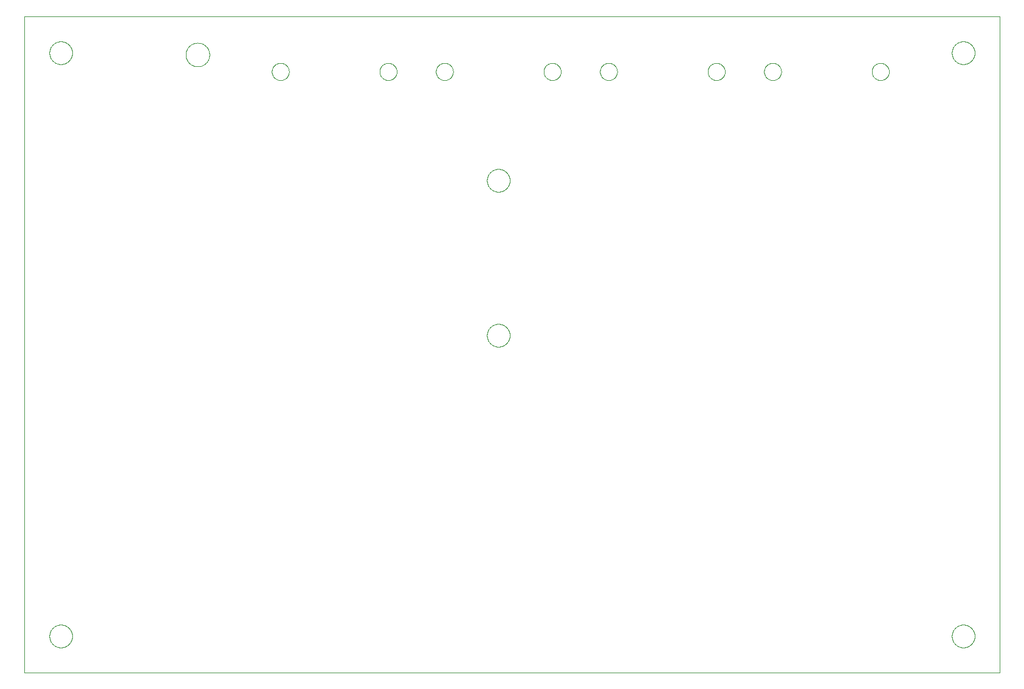
<source format=gbo>
G75*
%MOIN*%
%OFA0B0*%
%FSLAX25Y25*%
%IPPOS*%
%LPD*%
%AMOC8*
5,1,8,0,0,1.08239X$1,22.5*
%
%ADD10C,0.00000*%
D10*
X0001500Y0001500D02*
X0001500Y0361500D01*
X0536500Y0361500D01*
X0536500Y0001500D01*
X0001500Y0001500D01*
X0015250Y0021500D02*
X0015252Y0021658D01*
X0015258Y0021815D01*
X0015268Y0021973D01*
X0015282Y0022130D01*
X0015300Y0022286D01*
X0015321Y0022443D01*
X0015347Y0022598D01*
X0015377Y0022753D01*
X0015410Y0022907D01*
X0015448Y0023060D01*
X0015489Y0023213D01*
X0015534Y0023364D01*
X0015583Y0023514D01*
X0015636Y0023662D01*
X0015692Y0023810D01*
X0015753Y0023955D01*
X0015816Y0024100D01*
X0015884Y0024242D01*
X0015955Y0024383D01*
X0016029Y0024522D01*
X0016107Y0024659D01*
X0016189Y0024794D01*
X0016273Y0024927D01*
X0016362Y0025058D01*
X0016453Y0025186D01*
X0016548Y0025313D01*
X0016645Y0025436D01*
X0016746Y0025558D01*
X0016850Y0025676D01*
X0016957Y0025792D01*
X0017067Y0025905D01*
X0017179Y0026016D01*
X0017295Y0026123D01*
X0017413Y0026228D01*
X0017533Y0026330D01*
X0017656Y0026428D01*
X0017782Y0026524D01*
X0017910Y0026616D01*
X0018040Y0026705D01*
X0018172Y0026791D01*
X0018307Y0026873D01*
X0018444Y0026952D01*
X0018582Y0027027D01*
X0018722Y0027099D01*
X0018865Y0027167D01*
X0019008Y0027232D01*
X0019154Y0027293D01*
X0019301Y0027350D01*
X0019449Y0027404D01*
X0019599Y0027454D01*
X0019749Y0027500D01*
X0019901Y0027542D01*
X0020054Y0027581D01*
X0020208Y0027615D01*
X0020363Y0027646D01*
X0020518Y0027672D01*
X0020674Y0027695D01*
X0020831Y0027714D01*
X0020988Y0027729D01*
X0021145Y0027740D01*
X0021303Y0027747D01*
X0021461Y0027750D01*
X0021618Y0027749D01*
X0021776Y0027744D01*
X0021933Y0027735D01*
X0022091Y0027722D01*
X0022247Y0027705D01*
X0022404Y0027684D01*
X0022559Y0027660D01*
X0022714Y0027631D01*
X0022869Y0027598D01*
X0023022Y0027562D01*
X0023175Y0027521D01*
X0023326Y0027477D01*
X0023476Y0027429D01*
X0023625Y0027378D01*
X0023773Y0027322D01*
X0023919Y0027263D01*
X0024064Y0027200D01*
X0024207Y0027133D01*
X0024348Y0027063D01*
X0024487Y0026990D01*
X0024625Y0026913D01*
X0024761Y0026832D01*
X0024894Y0026748D01*
X0025025Y0026661D01*
X0025154Y0026570D01*
X0025281Y0026476D01*
X0025406Y0026379D01*
X0025527Y0026279D01*
X0025647Y0026176D01*
X0025763Y0026070D01*
X0025877Y0025961D01*
X0025989Y0025849D01*
X0026097Y0025735D01*
X0026202Y0025617D01*
X0026305Y0025497D01*
X0026404Y0025375D01*
X0026500Y0025250D01*
X0026593Y0025122D01*
X0026683Y0024993D01*
X0026769Y0024861D01*
X0026853Y0024727D01*
X0026932Y0024591D01*
X0027009Y0024453D01*
X0027081Y0024313D01*
X0027150Y0024171D01*
X0027216Y0024028D01*
X0027278Y0023883D01*
X0027336Y0023736D01*
X0027391Y0023588D01*
X0027442Y0023439D01*
X0027489Y0023288D01*
X0027532Y0023137D01*
X0027571Y0022984D01*
X0027607Y0022830D01*
X0027638Y0022676D01*
X0027666Y0022521D01*
X0027690Y0022365D01*
X0027710Y0022208D01*
X0027726Y0022051D01*
X0027738Y0021894D01*
X0027746Y0021737D01*
X0027750Y0021579D01*
X0027750Y0021421D01*
X0027746Y0021263D01*
X0027738Y0021106D01*
X0027726Y0020949D01*
X0027710Y0020792D01*
X0027690Y0020635D01*
X0027666Y0020479D01*
X0027638Y0020324D01*
X0027607Y0020170D01*
X0027571Y0020016D01*
X0027532Y0019863D01*
X0027489Y0019712D01*
X0027442Y0019561D01*
X0027391Y0019412D01*
X0027336Y0019264D01*
X0027278Y0019117D01*
X0027216Y0018972D01*
X0027150Y0018829D01*
X0027081Y0018687D01*
X0027009Y0018547D01*
X0026932Y0018409D01*
X0026853Y0018273D01*
X0026769Y0018139D01*
X0026683Y0018007D01*
X0026593Y0017878D01*
X0026500Y0017750D01*
X0026404Y0017625D01*
X0026305Y0017503D01*
X0026202Y0017383D01*
X0026097Y0017265D01*
X0025989Y0017151D01*
X0025877Y0017039D01*
X0025763Y0016930D01*
X0025647Y0016824D01*
X0025527Y0016721D01*
X0025406Y0016621D01*
X0025281Y0016524D01*
X0025154Y0016430D01*
X0025025Y0016339D01*
X0024894Y0016252D01*
X0024761Y0016168D01*
X0024625Y0016087D01*
X0024487Y0016010D01*
X0024348Y0015937D01*
X0024207Y0015867D01*
X0024064Y0015800D01*
X0023919Y0015737D01*
X0023773Y0015678D01*
X0023625Y0015622D01*
X0023476Y0015571D01*
X0023326Y0015523D01*
X0023175Y0015479D01*
X0023022Y0015438D01*
X0022869Y0015402D01*
X0022714Y0015369D01*
X0022559Y0015340D01*
X0022404Y0015316D01*
X0022247Y0015295D01*
X0022091Y0015278D01*
X0021933Y0015265D01*
X0021776Y0015256D01*
X0021618Y0015251D01*
X0021461Y0015250D01*
X0021303Y0015253D01*
X0021145Y0015260D01*
X0020988Y0015271D01*
X0020831Y0015286D01*
X0020674Y0015305D01*
X0020518Y0015328D01*
X0020363Y0015354D01*
X0020208Y0015385D01*
X0020054Y0015419D01*
X0019901Y0015458D01*
X0019749Y0015500D01*
X0019599Y0015546D01*
X0019449Y0015596D01*
X0019301Y0015650D01*
X0019154Y0015707D01*
X0019008Y0015768D01*
X0018865Y0015833D01*
X0018722Y0015901D01*
X0018582Y0015973D01*
X0018444Y0016048D01*
X0018307Y0016127D01*
X0018172Y0016209D01*
X0018040Y0016295D01*
X0017910Y0016384D01*
X0017782Y0016476D01*
X0017656Y0016572D01*
X0017533Y0016670D01*
X0017413Y0016772D01*
X0017295Y0016877D01*
X0017179Y0016984D01*
X0017067Y0017095D01*
X0016957Y0017208D01*
X0016850Y0017324D01*
X0016746Y0017442D01*
X0016645Y0017564D01*
X0016548Y0017687D01*
X0016453Y0017814D01*
X0016362Y0017942D01*
X0016273Y0018073D01*
X0016189Y0018206D01*
X0016107Y0018341D01*
X0016029Y0018478D01*
X0015955Y0018617D01*
X0015884Y0018758D01*
X0015816Y0018900D01*
X0015753Y0019045D01*
X0015692Y0019190D01*
X0015636Y0019338D01*
X0015583Y0019486D01*
X0015534Y0019636D01*
X0015489Y0019787D01*
X0015448Y0019940D01*
X0015410Y0020093D01*
X0015377Y0020247D01*
X0015347Y0020402D01*
X0015321Y0020557D01*
X0015300Y0020714D01*
X0015282Y0020870D01*
X0015268Y0021027D01*
X0015258Y0021185D01*
X0015252Y0021342D01*
X0015250Y0021500D01*
X0255250Y0186500D02*
X0255252Y0186658D01*
X0255258Y0186815D01*
X0255268Y0186973D01*
X0255282Y0187130D01*
X0255300Y0187286D01*
X0255321Y0187443D01*
X0255347Y0187598D01*
X0255377Y0187753D01*
X0255410Y0187907D01*
X0255448Y0188060D01*
X0255489Y0188213D01*
X0255534Y0188364D01*
X0255583Y0188514D01*
X0255636Y0188662D01*
X0255692Y0188810D01*
X0255753Y0188955D01*
X0255816Y0189100D01*
X0255884Y0189242D01*
X0255955Y0189383D01*
X0256029Y0189522D01*
X0256107Y0189659D01*
X0256189Y0189794D01*
X0256273Y0189927D01*
X0256362Y0190058D01*
X0256453Y0190186D01*
X0256548Y0190313D01*
X0256645Y0190436D01*
X0256746Y0190558D01*
X0256850Y0190676D01*
X0256957Y0190792D01*
X0257067Y0190905D01*
X0257179Y0191016D01*
X0257295Y0191123D01*
X0257413Y0191228D01*
X0257533Y0191330D01*
X0257656Y0191428D01*
X0257782Y0191524D01*
X0257910Y0191616D01*
X0258040Y0191705D01*
X0258172Y0191791D01*
X0258307Y0191873D01*
X0258444Y0191952D01*
X0258582Y0192027D01*
X0258722Y0192099D01*
X0258865Y0192167D01*
X0259008Y0192232D01*
X0259154Y0192293D01*
X0259301Y0192350D01*
X0259449Y0192404D01*
X0259599Y0192454D01*
X0259749Y0192500D01*
X0259901Y0192542D01*
X0260054Y0192581D01*
X0260208Y0192615D01*
X0260363Y0192646D01*
X0260518Y0192672D01*
X0260674Y0192695D01*
X0260831Y0192714D01*
X0260988Y0192729D01*
X0261145Y0192740D01*
X0261303Y0192747D01*
X0261461Y0192750D01*
X0261618Y0192749D01*
X0261776Y0192744D01*
X0261933Y0192735D01*
X0262091Y0192722D01*
X0262247Y0192705D01*
X0262404Y0192684D01*
X0262559Y0192660D01*
X0262714Y0192631D01*
X0262869Y0192598D01*
X0263022Y0192562D01*
X0263175Y0192521D01*
X0263326Y0192477D01*
X0263476Y0192429D01*
X0263625Y0192378D01*
X0263773Y0192322D01*
X0263919Y0192263D01*
X0264064Y0192200D01*
X0264207Y0192133D01*
X0264348Y0192063D01*
X0264487Y0191990D01*
X0264625Y0191913D01*
X0264761Y0191832D01*
X0264894Y0191748D01*
X0265025Y0191661D01*
X0265154Y0191570D01*
X0265281Y0191476D01*
X0265406Y0191379D01*
X0265527Y0191279D01*
X0265647Y0191176D01*
X0265763Y0191070D01*
X0265877Y0190961D01*
X0265989Y0190849D01*
X0266097Y0190735D01*
X0266202Y0190617D01*
X0266305Y0190497D01*
X0266404Y0190375D01*
X0266500Y0190250D01*
X0266593Y0190122D01*
X0266683Y0189993D01*
X0266769Y0189861D01*
X0266853Y0189727D01*
X0266932Y0189591D01*
X0267009Y0189453D01*
X0267081Y0189313D01*
X0267150Y0189171D01*
X0267216Y0189028D01*
X0267278Y0188883D01*
X0267336Y0188736D01*
X0267391Y0188588D01*
X0267442Y0188439D01*
X0267489Y0188288D01*
X0267532Y0188137D01*
X0267571Y0187984D01*
X0267607Y0187830D01*
X0267638Y0187676D01*
X0267666Y0187521D01*
X0267690Y0187365D01*
X0267710Y0187208D01*
X0267726Y0187051D01*
X0267738Y0186894D01*
X0267746Y0186737D01*
X0267750Y0186579D01*
X0267750Y0186421D01*
X0267746Y0186263D01*
X0267738Y0186106D01*
X0267726Y0185949D01*
X0267710Y0185792D01*
X0267690Y0185635D01*
X0267666Y0185479D01*
X0267638Y0185324D01*
X0267607Y0185170D01*
X0267571Y0185016D01*
X0267532Y0184863D01*
X0267489Y0184712D01*
X0267442Y0184561D01*
X0267391Y0184412D01*
X0267336Y0184264D01*
X0267278Y0184117D01*
X0267216Y0183972D01*
X0267150Y0183829D01*
X0267081Y0183687D01*
X0267009Y0183547D01*
X0266932Y0183409D01*
X0266853Y0183273D01*
X0266769Y0183139D01*
X0266683Y0183007D01*
X0266593Y0182878D01*
X0266500Y0182750D01*
X0266404Y0182625D01*
X0266305Y0182503D01*
X0266202Y0182383D01*
X0266097Y0182265D01*
X0265989Y0182151D01*
X0265877Y0182039D01*
X0265763Y0181930D01*
X0265647Y0181824D01*
X0265527Y0181721D01*
X0265406Y0181621D01*
X0265281Y0181524D01*
X0265154Y0181430D01*
X0265025Y0181339D01*
X0264894Y0181252D01*
X0264761Y0181168D01*
X0264625Y0181087D01*
X0264487Y0181010D01*
X0264348Y0180937D01*
X0264207Y0180867D01*
X0264064Y0180800D01*
X0263919Y0180737D01*
X0263773Y0180678D01*
X0263625Y0180622D01*
X0263476Y0180571D01*
X0263326Y0180523D01*
X0263175Y0180479D01*
X0263022Y0180438D01*
X0262869Y0180402D01*
X0262714Y0180369D01*
X0262559Y0180340D01*
X0262404Y0180316D01*
X0262247Y0180295D01*
X0262091Y0180278D01*
X0261933Y0180265D01*
X0261776Y0180256D01*
X0261618Y0180251D01*
X0261461Y0180250D01*
X0261303Y0180253D01*
X0261145Y0180260D01*
X0260988Y0180271D01*
X0260831Y0180286D01*
X0260674Y0180305D01*
X0260518Y0180328D01*
X0260363Y0180354D01*
X0260208Y0180385D01*
X0260054Y0180419D01*
X0259901Y0180458D01*
X0259749Y0180500D01*
X0259599Y0180546D01*
X0259449Y0180596D01*
X0259301Y0180650D01*
X0259154Y0180707D01*
X0259008Y0180768D01*
X0258865Y0180833D01*
X0258722Y0180901D01*
X0258582Y0180973D01*
X0258444Y0181048D01*
X0258307Y0181127D01*
X0258172Y0181209D01*
X0258040Y0181295D01*
X0257910Y0181384D01*
X0257782Y0181476D01*
X0257656Y0181572D01*
X0257533Y0181670D01*
X0257413Y0181772D01*
X0257295Y0181877D01*
X0257179Y0181984D01*
X0257067Y0182095D01*
X0256957Y0182208D01*
X0256850Y0182324D01*
X0256746Y0182442D01*
X0256645Y0182564D01*
X0256548Y0182687D01*
X0256453Y0182814D01*
X0256362Y0182942D01*
X0256273Y0183073D01*
X0256189Y0183206D01*
X0256107Y0183341D01*
X0256029Y0183478D01*
X0255955Y0183617D01*
X0255884Y0183758D01*
X0255816Y0183900D01*
X0255753Y0184045D01*
X0255692Y0184190D01*
X0255636Y0184338D01*
X0255583Y0184486D01*
X0255534Y0184636D01*
X0255489Y0184787D01*
X0255448Y0184940D01*
X0255410Y0185093D01*
X0255377Y0185247D01*
X0255347Y0185402D01*
X0255321Y0185557D01*
X0255300Y0185714D01*
X0255282Y0185870D01*
X0255268Y0186027D01*
X0255258Y0186185D01*
X0255252Y0186342D01*
X0255250Y0186500D01*
X0255250Y0271500D02*
X0255252Y0271658D01*
X0255258Y0271815D01*
X0255268Y0271973D01*
X0255282Y0272130D01*
X0255300Y0272286D01*
X0255321Y0272443D01*
X0255347Y0272598D01*
X0255377Y0272753D01*
X0255410Y0272907D01*
X0255448Y0273060D01*
X0255489Y0273213D01*
X0255534Y0273364D01*
X0255583Y0273514D01*
X0255636Y0273662D01*
X0255692Y0273810D01*
X0255753Y0273955D01*
X0255816Y0274100D01*
X0255884Y0274242D01*
X0255955Y0274383D01*
X0256029Y0274522D01*
X0256107Y0274659D01*
X0256189Y0274794D01*
X0256273Y0274927D01*
X0256362Y0275058D01*
X0256453Y0275186D01*
X0256548Y0275313D01*
X0256645Y0275436D01*
X0256746Y0275558D01*
X0256850Y0275676D01*
X0256957Y0275792D01*
X0257067Y0275905D01*
X0257179Y0276016D01*
X0257295Y0276123D01*
X0257413Y0276228D01*
X0257533Y0276330D01*
X0257656Y0276428D01*
X0257782Y0276524D01*
X0257910Y0276616D01*
X0258040Y0276705D01*
X0258172Y0276791D01*
X0258307Y0276873D01*
X0258444Y0276952D01*
X0258582Y0277027D01*
X0258722Y0277099D01*
X0258865Y0277167D01*
X0259008Y0277232D01*
X0259154Y0277293D01*
X0259301Y0277350D01*
X0259449Y0277404D01*
X0259599Y0277454D01*
X0259749Y0277500D01*
X0259901Y0277542D01*
X0260054Y0277581D01*
X0260208Y0277615D01*
X0260363Y0277646D01*
X0260518Y0277672D01*
X0260674Y0277695D01*
X0260831Y0277714D01*
X0260988Y0277729D01*
X0261145Y0277740D01*
X0261303Y0277747D01*
X0261461Y0277750D01*
X0261618Y0277749D01*
X0261776Y0277744D01*
X0261933Y0277735D01*
X0262091Y0277722D01*
X0262247Y0277705D01*
X0262404Y0277684D01*
X0262559Y0277660D01*
X0262714Y0277631D01*
X0262869Y0277598D01*
X0263022Y0277562D01*
X0263175Y0277521D01*
X0263326Y0277477D01*
X0263476Y0277429D01*
X0263625Y0277378D01*
X0263773Y0277322D01*
X0263919Y0277263D01*
X0264064Y0277200D01*
X0264207Y0277133D01*
X0264348Y0277063D01*
X0264487Y0276990D01*
X0264625Y0276913D01*
X0264761Y0276832D01*
X0264894Y0276748D01*
X0265025Y0276661D01*
X0265154Y0276570D01*
X0265281Y0276476D01*
X0265406Y0276379D01*
X0265527Y0276279D01*
X0265647Y0276176D01*
X0265763Y0276070D01*
X0265877Y0275961D01*
X0265989Y0275849D01*
X0266097Y0275735D01*
X0266202Y0275617D01*
X0266305Y0275497D01*
X0266404Y0275375D01*
X0266500Y0275250D01*
X0266593Y0275122D01*
X0266683Y0274993D01*
X0266769Y0274861D01*
X0266853Y0274727D01*
X0266932Y0274591D01*
X0267009Y0274453D01*
X0267081Y0274313D01*
X0267150Y0274171D01*
X0267216Y0274028D01*
X0267278Y0273883D01*
X0267336Y0273736D01*
X0267391Y0273588D01*
X0267442Y0273439D01*
X0267489Y0273288D01*
X0267532Y0273137D01*
X0267571Y0272984D01*
X0267607Y0272830D01*
X0267638Y0272676D01*
X0267666Y0272521D01*
X0267690Y0272365D01*
X0267710Y0272208D01*
X0267726Y0272051D01*
X0267738Y0271894D01*
X0267746Y0271737D01*
X0267750Y0271579D01*
X0267750Y0271421D01*
X0267746Y0271263D01*
X0267738Y0271106D01*
X0267726Y0270949D01*
X0267710Y0270792D01*
X0267690Y0270635D01*
X0267666Y0270479D01*
X0267638Y0270324D01*
X0267607Y0270170D01*
X0267571Y0270016D01*
X0267532Y0269863D01*
X0267489Y0269712D01*
X0267442Y0269561D01*
X0267391Y0269412D01*
X0267336Y0269264D01*
X0267278Y0269117D01*
X0267216Y0268972D01*
X0267150Y0268829D01*
X0267081Y0268687D01*
X0267009Y0268547D01*
X0266932Y0268409D01*
X0266853Y0268273D01*
X0266769Y0268139D01*
X0266683Y0268007D01*
X0266593Y0267878D01*
X0266500Y0267750D01*
X0266404Y0267625D01*
X0266305Y0267503D01*
X0266202Y0267383D01*
X0266097Y0267265D01*
X0265989Y0267151D01*
X0265877Y0267039D01*
X0265763Y0266930D01*
X0265647Y0266824D01*
X0265527Y0266721D01*
X0265406Y0266621D01*
X0265281Y0266524D01*
X0265154Y0266430D01*
X0265025Y0266339D01*
X0264894Y0266252D01*
X0264761Y0266168D01*
X0264625Y0266087D01*
X0264487Y0266010D01*
X0264348Y0265937D01*
X0264207Y0265867D01*
X0264064Y0265800D01*
X0263919Y0265737D01*
X0263773Y0265678D01*
X0263625Y0265622D01*
X0263476Y0265571D01*
X0263326Y0265523D01*
X0263175Y0265479D01*
X0263022Y0265438D01*
X0262869Y0265402D01*
X0262714Y0265369D01*
X0262559Y0265340D01*
X0262404Y0265316D01*
X0262247Y0265295D01*
X0262091Y0265278D01*
X0261933Y0265265D01*
X0261776Y0265256D01*
X0261618Y0265251D01*
X0261461Y0265250D01*
X0261303Y0265253D01*
X0261145Y0265260D01*
X0260988Y0265271D01*
X0260831Y0265286D01*
X0260674Y0265305D01*
X0260518Y0265328D01*
X0260363Y0265354D01*
X0260208Y0265385D01*
X0260054Y0265419D01*
X0259901Y0265458D01*
X0259749Y0265500D01*
X0259599Y0265546D01*
X0259449Y0265596D01*
X0259301Y0265650D01*
X0259154Y0265707D01*
X0259008Y0265768D01*
X0258865Y0265833D01*
X0258722Y0265901D01*
X0258582Y0265973D01*
X0258444Y0266048D01*
X0258307Y0266127D01*
X0258172Y0266209D01*
X0258040Y0266295D01*
X0257910Y0266384D01*
X0257782Y0266476D01*
X0257656Y0266572D01*
X0257533Y0266670D01*
X0257413Y0266772D01*
X0257295Y0266877D01*
X0257179Y0266984D01*
X0257067Y0267095D01*
X0256957Y0267208D01*
X0256850Y0267324D01*
X0256746Y0267442D01*
X0256645Y0267564D01*
X0256548Y0267687D01*
X0256453Y0267814D01*
X0256362Y0267942D01*
X0256273Y0268073D01*
X0256189Y0268206D01*
X0256107Y0268341D01*
X0256029Y0268478D01*
X0255955Y0268617D01*
X0255884Y0268758D01*
X0255816Y0268900D01*
X0255753Y0269045D01*
X0255692Y0269190D01*
X0255636Y0269338D01*
X0255583Y0269486D01*
X0255534Y0269636D01*
X0255489Y0269787D01*
X0255448Y0269940D01*
X0255410Y0270093D01*
X0255377Y0270247D01*
X0255347Y0270402D01*
X0255321Y0270557D01*
X0255300Y0270714D01*
X0255282Y0270870D01*
X0255268Y0271027D01*
X0255258Y0271185D01*
X0255252Y0271342D01*
X0255250Y0271500D01*
X0227250Y0331200D02*
X0227252Y0331337D01*
X0227258Y0331473D01*
X0227268Y0331610D01*
X0227282Y0331746D01*
X0227300Y0331881D01*
X0227321Y0332016D01*
X0227347Y0332150D01*
X0227377Y0332284D01*
X0227410Y0332416D01*
X0227447Y0332548D01*
X0227489Y0332678D01*
X0227533Y0332807D01*
X0227582Y0332935D01*
X0227634Y0333062D01*
X0227690Y0333186D01*
X0227750Y0333309D01*
X0227813Y0333431D01*
X0227880Y0333550D01*
X0227950Y0333667D01*
X0228023Y0333783D01*
X0228100Y0333896D01*
X0228180Y0334007D01*
X0228263Y0334115D01*
X0228350Y0334221D01*
X0228439Y0334325D01*
X0228531Y0334425D01*
X0228627Y0334523D01*
X0228725Y0334619D01*
X0228825Y0334711D01*
X0228929Y0334800D01*
X0229035Y0334887D01*
X0229143Y0334970D01*
X0229254Y0335050D01*
X0229367Y0335127D01*
X0229483Y0335200D01*
X0229600Y0335270D01*
X0229719Y0335337D01*
X0229841Y0335400D01*
X0229964Y0335460D01*
X0230088Y0335516D01*
X0230215Y0335568D01*
X0230343Y0335617D01*
X0230472Y0335661D01*
X0230602Y0335703D01*
X0230734Y0335740D01*
X0230866Y0335773D01*
X0231000Y0335803D01*
X0231134Y0335829D01*
X0231269Y0335850D01*
X0231404Y0335868D01*
X0231540Y0335882D01*
X0231677Y0335892D01*
X0231813Y0335898D01*
X0231950Y0335900D01*
X0232087Y0335898D01*
X0232223Y0335892D01*
X0232360Y0335882D01*
X0232496Y0335868D01*
X0232631Y0335850D01*
X0232766Y0335829D01*
X0232900Y0335803D01*
X0233034Y0335773D01*
X0233166Y0335740D01*
X0233298Y0335703D01*
X0233428Y0335661D01*
X0233557Y0335617D01*
X0233685Y0335568D01*
X0233812Y0335516D01*
X0233936Y0335460D01*
X0234059Y0335400D01*
X0234181Y0335337D01*
X0234300Y0335270D01*
X0234417Y0335200D01*
X0234533Y0335127D01*
X0234646Y0335050D01*
X0234757Y0334970D01*
X0234865Y0334887D01*
X0234971Y0334800D01*
X0235075Y0334711D01*
X0235175Y0334619D01*
X0235273Y0334523D01*
X0235369Y0334425D01*
X0235461Y0334325D01*
X0235550Y0334221D01*
X0235637Y0334115D01*
X0235720Y0334007D01*
X0235800Y0333896D01*
X0235877Y0333783D01*
X0235950Y0333667D01*
X0236020Y0333550D01*
X0236087Y0333431D01*
X0236150Y0333309D01*
X0236210Y0333186D01*
X0236266Y0333062D01*
X0236318Y0332935D01*
X0236367Y0332807D01*
X0236411Y0332678D01*
X0236453Y0332548D01*
X0236490Y0332416D01*
X0236523Y0332284D01*
X0236553Y0332150D01*
X0236579Y0332016D01*
X0236600Y0331881D01*
X0236618Y0331746D01*
X0236632Y0331610D01*
X0236642Y0331473D01*
X0236648Y0331337D01*
X0236650Y0331200D01*
X0236648Y0331063D01*
X0236642Y0330927D01*
X0236632Y0330790D01*
X0236618Y0330654D01*
X0236600Y0330519D01*
X0236579Y0330384D01*
X0236553Y0330250D01*
X0236523Y0330116D01*
X0236490Y0329984D01*
X0236453Y0329852D01*
X0236411Y0329722D01*
X0236367Y0329593D01*
X0236318Y0329465D01*
X0236266Y0329338D01*
X0236210Y0329214D01*
X0236150Y0329091D01*
X0236087Y0328969D01*
X0236020Y0328850D01*
X0235950Y0328733D01*
X0235877Y0328617D01*
X0235800Y0328504D01*
X0235720Y0328393D01*
X0235637Y0328285D01*
X0235550Y0328179D01*
X0235461Y0328075D01*
X0235369Y0327975D01*
X0235273Y0327877D01*
X0235175Y0327781D01*
X0235075Y0327689D01*
X0234971Y0327600D01*
X0234865Y0327513D01*
X0234757Y0327430D01*
X0234646Y0327350D01*
X0234533Y0327273D01*
X0234417Y0327200D01*
X0234300Y0327130D01*
X0234181Y0327063D01*
X0234059Y0327000D01*
X0233936Y0326940D01*
X0233812Y0326884D01*
X0233685Y0326832D01*
X0233557Y0326783D01*
X0233428Y0326739D01*
X0233298Y0326697D01*
X0233166Y0326660D01*
X0233034Y0326627D01*
X0232900Y0326597D01*
X0232766Y0326571D01*
X0232631Y0326550D01*
X0232496Y0326532D01*
X0232360Y0326518D01*
X0232223Y0326508D01*
X0232087Y0326502D01*
X0231950Y0326500D01*
X0231813Y0326502D01*
X0231677Y0326508D01*
X0231540Y0326518D01*
X0231404Y0326532D01*
X0231269Y0326550D01*
X0231134Y0326571D01*
X0231000Y0326597D01*
X0230866Y0326627D01*
X0230734Y0326660D01*
X0230602Y0326697D01*
X0230472Y0326739D01*
X0230343Y0326783D01*
X0230215Y0326832D01*
X0230088Y0326884D01*
X0229964Y0326940D01*
X0229841Y0327000D01*
X0229719Y0327063D01*
X0229600Y0327130D01*
X0229483Y0327200D01*
X0229367Y0327273D01*
X0229254Y0327350D01*
X0229143Y0327430D01*
X0229035Y0327513D01*
X0228929Y0327600D01*
X0228825Y0327689D01*
X0228725Y0327781D01*
X0228627Y0327877D01*
X0228531Y0327975D01*
X0228439Y0328075D01*
X0228350Y0328179D01*
X0228263Y0328285D01*
X0228180Y0328393D01*
X0228100Y0328504D01*
X0228023Y0328617D01*
X0227950Y0328733D01*
X0227880Y0328850D01*
X0227813Y0328969D01*
X0227750Y0329091D01*
X0227690Y0329214D01*
X0227634Y0329338D01*
X0227582Y0329465D01*
X0227533Y0329593D01*
X0227489Y0329722D01*
X0227447Y0329852D01*
X0227410Y0329984D01*
X0227377Y0330116D01*
X0227347Y0330250D01*
X0227321Y0330384D01*
X0227300Y0330519D01*
X0227282Y0330654D01*
X0227268Y0330790D01*
X0227258Y0330927D01*
X0227252Y0331063D01*
X0227250Y0331200D01*
X0196350Y0331200D02*
X0196352Y0331337D01*
X0196358Y0331473D01*
X0196368Y0331610D01*
X0196382Y0331746D01*
X0196400Y0331881D01*
X0196421Y0332016D01*
X0196447Y0332150D01*
X0196477Y0332284D01*
X0196510Y0332416D01*
X0196547Y0332548D01*
X0196589Y0332678D01*
X0196633Y0332807D01*
X0196682Y0332935D01*
X0196734Y0333062D01*
X0196790Y0333186D01*
X0196850Y0333309D01*
X0196913Y0333431D01*
X0196980Y0333550D01*
X0197050Y0333667D01*
X0197123Y0333783D01*
X0197200Y0333896D01*
X0197280Y0334007D01*
X0197363Y0334115D01*
X0197450Y0334221D01*
X0197539Y0334325D01*
X0197631Y0334425D01*
X0197727Y0334523D01*
X0197825Y0334619D01*
X0197925Y0334711D01*
X0198029Y0334800D01*
X0198135Y0334887D01*
X0198243Y0334970D01*
X0198354Y0335050D01*
X0198467Y0335127D01*
X0198583Y0335200D01*
X0198700Y0335270D01*
X0198819Y0335337D01*
X0198941Y0335400D01*
X0199064Y0335460D01*
X0199188Y0335516D01*
X0199315Y0335568D01*
X0199443Y0335617D01*
X0199572Y0335661D01*
X0199702Y0335703D01*
X0199834Y0335740D01*
X0199966Y0335773D01*
X0200100Y0335803D01*
X0200234Y0335829D01*
X0200369Y0335850D01*
X0200504Y0335868D01*
X0200640Y0335882D01*
X0200777Y0335892D01*
X0200913Y0335898D01*
X0201050Y0335900D01*
X0201187Y0335898D01*
X0201323Y0335892D01*
X0201460Y0335882D01*
X0201596Y0335868D01*
X0201731Y0335850D01*
X0201866Y0335829D01*
X0202000Y0335803D01*
X0202134Y0335773D01*
X0202266Y0335740D01*
X0202398Y0335703D01*
X0202528Y0335661D01*
X0202657Y0335617D01*
X0202785Y0335568D01*
X0202912Y0335516D01*
X0203036Y0335460D01*
X0203159Y0335400D01*
X0203281Y0335337D01*
X0203400Y0335270D01*
X0203517Y0335200D01*
X0203633Y0335127D01*
X0203746Y0335050D01*
X0203857Y0334970D01*
X0203965Y0334887D01*
X0204071Y0334800D01*
X0204175Y0334711D01*
X0204275Y0334619D01*
X0204373Y0334523D01*
X0204469Y0334425D01*
X0204561Y0334325D01*
X0204650Y0334221D01*
X0204737Y0334115D01*
X0204820Y0334007D01*
X0204900Y0333896D01*
X0204977Y0333783D01*
X0205050Y0333667D01*
X0205120Y0333550D01*
X0205187Y0333431D01*
X0205250Y0333309D01*
X0205310Y0333186D01*
X0205366Y0333062D01*
X0205418Y0332935D01*
X0205467Y0332807D01*
X0205511Y0332678D01*
X0205553Y0332548D01*
X0205590Y0332416D01*
X0205623Y0332284D01*
X0205653Y0332150D01*
X0205679Y0332016D01*
X0205700Y0331881D01*
X0205718Y0331746D01*
X0205732Y0331610D01*
X0205742Y0331473D01*
X0205748Y0331337D01*
X0205750Y0331200D01*
X0205748Y0331063D01*
X0205742Y0330927D01*
X0205732Y0330790D01*
X0205718Y0330654D01*
X0205700Y0330519D01*
X0205679Y0330384D01*
X0205653Y0330250D01*
X0205623Y0330116D01*
X0205590Y0329984D01*
X0205553Y0329852D01*
X0205511Y0329722D01*
X0205467Y0329593D01*
X0205418Y0329465D01*
X0205366Y0329338D01*
X0205310Y0329214D01*
X0205250Y0329091D01*
X0205187Y0328969D01*
X0205120Y0328850D01*
X0205050Y0328733D01*
X0204977Y0328617D01*
X0204900Y0328504D01*
X0204820Y0328393D01*
X0204737Y0328285D01*
X0204650Y0328179D01*
X0204561Y0328075D01*
X0204469Y0327975D01*
X0204373Y0327877D01*
X0204275Y0327781D01*
X0204175Y0327689D01*
X0204071Y0327600D01*
X0203965Y0327513D01*
X0203857Y0327430D01*
X0203746Y0327350D01*
X0203633Y0327273D01*
X0203517Y0327200D01*
X0203400Y0327130D01*
X0203281Y0327063D01*
X0203159Y0327000D01*
X0203036Y0326940D01*
X0202912Y0326884D01*
X0202785Y0326832D01*
X0202657Y0326783D01*
X0202528Y0326739D01*
X0202398Y0326697D01*
X0202266Y0326660D01*
X0202134Y0326627D01*
X0202000Y0326597D01*
X0201866Y0326571D01*
X0201731Y0326550D01*
X0201596Y0326532D01*
X0201460Y0326518D01*
X0201323Y0326508D01*
X0201187Y0326502D01*
X0201050Y0326500D01*
X0200913Y0326502D01*
X0200777Y0326508D01*
X0200640Y0326518D01*
X0200504Y0326532D01*
X0200369Y0326550D01*
X0200234Y0326571D01*
X0200100Y0326597D01*
X0199966Y0326627D01*
X0199834Y0326660D01*
X0199702Y0326697D01*
X0199572Y0326739D01*
X0199443Y0326783D01*
X0199315Y0326832D01*
X0199188Y0326884D01*
X0199064Y0326940D01*
X0198941Y0327000D01*
X0198819Y0327063D01*
X0198700Y0327130D01*
X0198583Y0327200D01*
X0198467Y0327273D01*
X0198354Y0327350D01*
X0198243Y0327430D01*
X0198135Y0327513D01*
X0198029Y0327600D01*
X0197925Y0327689D01*
X0197825Y0327781D01*
X0197727Y0327877D01*
X0197631Y0327975D01*
X0197539Y0328075D01*
X0197450Y0328179D01*
X0197363Y0328285D01*
X0197280Y0328393D01*
X0197200Y0328504D01*
X0197123Y0328617D01*
X0197050Y0328733D01*
X0196980Y0328850D01*
X0196913Y0328969D01*
X0196850Y0329091D01*
X0196790Y0329214D01*
X0196734Y0329338D01*
X0196682Y0329465D01*
X0196633Y0329593D01*
X0196589Y0329722D01*
X0196547Y0329852D01*
X0196510Y0329984D01*
X0196477Y0330116D01*
X0196447Y0330250D01*
X0196421Y0330384D01*
X0196400Y0330519D01*
X0196382Y0330654D01*
X0196368Y0330790D01*
X0196358Y0330927D01*
X0196352Y0331063D01*
X0196350Y0331200D01*
X0137250Y0331200D02*
X0137252Y0331337D01*
X0137258Y0331473D01*
X0137268Y0331610D01*
X0137282Y0331746D01*
X0137300Y0331881D01*
X0137321Y0332016D01*
X0137347Y0332150D01*
X0137377Y0332284D01*
X0137410Y0332416D01*
X0137447Y0332548D01*
X0137489Y0332678D01*
X0137533Y0332807D01*
X0137582Y0332935D01*
X0137634Y0333062D01*
X0137690Y0333186D01*
X0137750Y0333309D01*
X0137813Y0333431D01*
X0137880Y0333550D01*
X0137950Y0333667D01*
X0138023Y0333783D01*
X0138100Y0333896D01*
X0138180Y0334007D01*
X0138263Y0334115D01*
X0138350Y0334221D01*
X0138439Y0334325D01*
X0138531Y0334425D01*
X0138627Y0334523D01*
X0138725Y0334619D01*
X0138825Y0334711D01*
X0138929Y0334800D01*
X0139035Y0334887D01*
X0139143Y0334970D01*
X0139254Y0335050D01*
X0139367Y0335127D01*
X0139483Y0335200D01*
X0139600Y0335270D01*
X0139719Y0335337D01*
X0139841Y0335400D01*
X0139964Y0335460D01*
X0140088Y0335516D01*
X0140215Y0335568D01*
X0140343Y0335617D01*
X0140472Y0335661D01*
X0140602Y0335703D01*
X0140734Y0335740D01*
X0140866Y0335773D01*
X0141000Y0335803D01*
X0141134Y0335829D01*
X0141269Y0335850D01*
X0141404Y0335868D01*
X0141540Y0335882D01*
X0141677Y0335892D01*
X0141813Y0335898D01*
X0141950Y0335900D01*
X0142087Y0335898D01*
X0142223Y0335892D01*
X0142360Y0335882D01*
X0142496Y0335868D01*
X0142631Y0335850D01*
X0142766Y0335829D01*
X0142900Y0335803D01*
X0143034Y0335773D01*
X0143166Y0335740D01*
X0143298Y0335703D01*
X0143428Y0335661D01*
X0143557Y0335617D01*
X0143685Y0335568D01*
X0143812Y0335516D01*
X0143936Y0335460D01*
X0144059Y0335400D01*
X0144181Y0335337D01*
X0144300Y0335270D01*
X0144417Y0335200D01*
X0144533Y0335127D01*
X0144646Y0335050D01*
X0144757Y0334970D01*
X0144865Y0334887D01*
X0144971Y0334800D01*
X0145075Y0334711D01*
X0145175Y0334619D01*
X0145273Y0334523D01*
X0145369Y0334425D01*
X0145461Y0334325D01*
X0145550Y0334221D01*
X0145637Y0334115D01*
X0145720Y0334007D01*
X0145800Y0333896D01*
X0145877Y0333783D01*
X0145950Y0333667D01*
X0146020Y0333550D01*
X0146087Y0333431D01*
X0146150Y0333309D01*
X0146210Y0333186D01*
X0146266Y0333062D01*
X0146318Y0332935D01*
X0146367Y0332807D01*
X0146411Y0332678D01*
X0146453Y0332548D01*
X0146490Y0332416D01*
X0146523Y0332284D01*
X0146553Y0332150D01*
X0146579Y0332016D01*
X0146600Y0331881D01*
X0146618Y0331746D01*
X0146632Y0331610D01*
X0146642Y0331473D01*
X0146648Y0331337D01*
X0146650Y0331200D01*
X0146648Y0331063D01*
X0146642Y0330927D01*
X0146632Y0330790D01*
X0146618Y0330654D01*
X0146600Y0330519D01*
X0146579Y0330384D01*
X0146553Y0330250D01*
X0146523Y0330116D01*
X0146490Y0329984D01*
X0146453Y0329852D01*
X0146411Y0329722D01*
X0146367Y0329593D01*
X0146318Y0329465D01*
X0146266Y0329338D01*
X0146210Y0329214D01*
X0146150Y0329091D01*
X0146087Y0328969D01*
X0146020Y0328850D01*
X0145950Y0328733D01*
X0145877Y0328617D01*
X0145800Y0328504D01*
X0145720Y0328393D01*
X0145637Y0328285D01*
X0145550Y0328179D01*
X0145461Y0328075D01*
X0145369Y0327975D01*
X0145273Y0327877D01*
X0145175Y0327781D01*
X0145075Y0327689D01*
X0144971Y0327600D01*
X0144865Y0327513D01*
X0144757Y0327430D01*
X0144646Y0327350D01*
X0144533Y0327273D01*
X0144417Y0327200D01*
X0144300Y0327130D01*
X0144181Y0327063D01*
X0144059Y0327000D01*
X0143936Y0326940D01*
X0143812Y0326884D01*
X0143685Y0326832D01*
X0143557Y0326783D01*
X0143428Y0326739D01*
X0143298Y0326697D01*
X0143166Y0326660D01*
X0143034Y0326627D01*
X0142900Y0326597D01*
X0142766Y0326571D01*
X0142631Y0326550D01*
X0142496Y0326532D01*
X0142360Y0326518D01*
X0142223Y0326508D01*
X0142087Y0326502D01*
X0141950Y0326500D01*
X0141813Y0326502D01*
X0141677Y0326508D01*
X0141540Y0326518D01*
X0141404Y0326532D01*
X0141269Y0326550D01*
X0141134Y0326571D01*
X0141000Y0326597D01*
X0140866Y0326627D01*
X0140734Y0326660D01*
X0140602Y0326697D01*
X0140472Y0326739D01*
X0140343Y0326783D01*
X0140215Y0326832D01*
X0140088Y0326884D01*
X0139964Y0326940D01*
X0139841Y0327000D01*
X0139719Y0327063D01*
X0139600Y0327130D01*
X0139483Y0327200D01*
X0139367Y0327273D01*
X0139254Y0327350D01*
X0139143Y0327430D01*
X0139035Y0327513D01*
X0138929Y0327600D01*
X0138825Y0327689D01*
X0138725Y0327781D01*
X0138627Y0327877D01*
X0138531Y0327975D01*
X0138439Y0328075D01*
X0138350Y0328179D01*
X0138263Y0328285D01*
X0138180Y0328393D01*
X0138100Y0328504D01*
X0138023Y0328617D01*
X0137950Y0328733D01*
X0137880Y0328850D01*
X0137813Y0328969D01*
X0137750Y0329091D01*
X0137690Y0329214D01*
X0137634Y0329338D01*
X0137582Y0329465D01*
X0137533Y0329593D01*
X0137489Y0329722D01*
X0137447Y0329852D01*
X0137410Y0329984D01*
X0137377Y0330116D01*
X0137347Y0330250D01*
X0137321Y0330384D01*
X0137300Y0330519D01*
X0137282Y0330654D01*
X0137268Y0330790D01*
X0137258Y0330927D01*
X0137252Y0331063D01*
X0137250Y0331200D01*
X0090000Y0340500D02*
X0090002Y0340661D01*
X0090008Y0340821D01*
X0090018Y0340982D01*
X0090032Y0341142D01*
X0090050Y0341302D01*
X0090071Y0341461D01*
X0090097Y0341620D01*
X0090127Y0341778D01*
X0090160Y0341935D01*
X0090198Y0342092D01*
X0090239Y0342247D01*
X0090284Y0342401D01*
X0090333Y0342554D01*
X0090386Y0342706D01*
X0090442Y0342857D01*
X0090503Y0343006D01*
X0090566Y0343154D01*
X0090634Y0343300D01*
X0090705Y0343444D01*
X0090779Y0343586D01*
X0090857Y0343727D01*
X0090939Y0343865D01*
X0091024Y0344002D01*
X0091112Y0344136D01*
X0091204Y0344268D01*
X0091299Y0344398D01*
X0091397Y0344526D01*
X0091498Y0344651D01*
X0091602Y0344773D01*
X0091709Y0344893D01*
X0091819Y0345010D01*
X0091932Y0345125D01*
X0092048Y0345236D01*
X0092167Y0345345D01*
X0092288Y0345450D01*
X0092412Y0345553D01*
X0092538Y0345653D01*
X0092666Y0345749D01*
X0092797Y0345842D01*
X0092931Y0345932D01*
X0093066Y0346019D01*
X0093204Y0346102D01*
X0093343Y0346182D01*
X0093485Y0346258D01*
X0093628Y0346331D01*
X0093773Y0346400D01*
X0093920Y0346466D01*
X0094068Y0346528D01*
X0094218Y0346586D01*
X0094369Y0346641D01*
X0094522Y0346692D01*
X0094676Y0346739D01*
X0094831Y0346782D01*
X0094987Y0346821D01*
X0095143Y0346857D01*
X0095301Y0346888D01*
X0095459Y0346916D01*
X0095618Y0346940D01*
X0095778Y0346960D01*
X0095938Y0346976D01*
X0096098Y0346988D01*
X0096259Y0346996D01*
X0096420Y0347000D01*
X0096580Y0347000D01*
X0096741Y0346996D01*
X0096902Y0346988D01*
X0097062Y0346976D01*
X0097222Y0346960D01*
X0097382Y0346940D01*
X0097541Y0346916D01*
X0097699Y0346888D01*
X0097857Y0346857D01*
X0098013Y0346821D01*
X0098169Y0346782D01*
X0098324Y0346739D01*
X0098478Y0346692D01*
X0098631Y0346641D01*
X0098782Y0346586D01*
X0098932Y0346528D01*
X0099080Y0346466D01*
X0099227Y0346400D01*
X0099372Y0346331D01*
X0099515Y0346258D01*
X0099657Y0346182D01*
X0099796Y0346102D01*
X0099934Y0346019D01*
X0100069Y0345932D01*
X0100203Y0345842D01*
X0100334Y0345749D01*
X0100462Y0345653D01*
X0100588Y0345553D01*
X0100712Y0345450D01*
X0100833Y0345345D01*
X0100952Y0345236D01*
X0101068Y0345125D01*
X0101181Y0345010D01*
X0101291Y0344893D01*
X0101398Y0344773D01*
X0101502Y0344651D01*
X0101603Y0344526D01*
X0101701Y0344398D01*
X0101796Y0344268D01*
X0101888Y0344136D01*
X0101976Y0344002D01*
X0102061Y0343865D01*
X0102143Y0343727D01*
X0102221Y0343586D01*
X0102295Y0343444D01*
X0102366Y0343300D01*
X0102434Y0343154D01*
X0102497Y0343006D01*
X0102558Y0342857D01*
X0102614Y0342706D01*
X0102667Y0342554D01*
X0102716Y0342401D01*
X0102761Y0342247D01*
X0102802Y0342092D01*
X0102840Y0341935D01*
X0102873Y0341778D01*
X0102903Y0341620D01*
X0102929Y0341461D01*
X0102950Y0341302D01*
X0102968Y0341142D01*
X0102982Y0340982D01*
X0102992Y0340821D01*
X0102998Y0340661D01*
X0103000Y0340500D01*
X0102998Y0340339D01*
X0102992Y0340179D01*
X0102982Y0340018D01*
X0102968Y0339858D01*
X0102950Y0339698D01*
X0102929Y0339539D01*
X0102903Y0339380D01*
X0102873Y0339222D01*
X0102840Y0339065D01*
X0102802Y0338908D01*
X0102761Y0338753D01*
X0102716Y0338599D01*
X0102667Y0338446D01*
X0102614Y0338294D01*
X0102558Y0338143D01*
X0102497Y0337994D01*
X0102434Y0337846D01*
X0102366Y0337700D01*
X0102295Y0337556D01*
X0102221Y0337414D01*
X0102143Y0337273D01*
X0102061Y0337135D01*
X0101976Y0336998D01*
X0101888Y0336864D01*
X0101796Y0336732D01*
X0101701Y0336602D01*
X0101603Y0336474D01*
X0101502Y0336349D01*
X0101398Y0336227D01*
X0101291Y0336107D01*
X0101181Y0335990D01*
X0101068Y0335875D01*
X0100952Y0335764D01*
X0100833Y0335655D01*
X0100712Y0335550D01*
X0100588Y0335447D01*
X0100462Y0335347D01*
X0100334Y0335251D01*
X0100203Y0335158D01*
X0100069Y0335068D01*
X0099934Y0334981D01*
X0099796Y0334898D01*
X0099657Y0334818D01*
X0099515Y0334742D01*
X0099372Y0334669D01*
X0099227Y0334600D01*
X0099080Y0334534D01*
X0098932Y0334472D01*
X0098782Y0334414D01*
X0098631Y0334359D01*
X0098478Y0334308D01*
X0098324Y0334261D01*
X0098169Y0334218D01*
X0098013Y0334179D01*
X0097857Y0334143D01*
X0097699Y0334112D01*
X0097541Y0334084D01*
X0097382Y0334060D01*
X0097222Y0334040D01*
X0097062Y0334024D01*
X0096902Y0334012D01*
X0096741Y0334004D01*
X0096580Y0334000D01*
X0096420Y0334000D01*
X0096259Y0334004D01*
X0096098Y0334012D01*
X0095938Y0334024D01*
X0095778Y0334040D01*
X0095618Y0334060D01*
X0095459Y0334084D01*
X0095301Y0334112D01*
X0095143Y0334143D01*
X0094987Y0334179D01*
X0094831Y0334218D01*
X0094676Y0334261D01*
X0094522Y0334308D01*
X0094369Y0334359D01*
X0094218Y0334414D01*
X0094068Y0334472D01*
X0093920Y0334534D01*
X0093773Y0334600D01*
X0093628Y0334669D01*
X0093485Y0334742D01*
X0093343Y0334818D01*
X0093204Y0334898D01*
X0093066Y0334981D01*
X0092931Y0335068D01*
X0092797Y0335158D01*
X0092666Y0335251D01*
X0092538Y0335347D01*
X0092412Y0335447D01*
X0092288Y0335550D01*
X0092167Y0335655D01*
X0092048Y0335764D01*
X0091932Y0335875D01*
X0091819Y0335990D01*
X0091709Y0336107D01*
X0091602Y0336227D01*
X0091498Y0336349D01*
X0091397Y0336474D01*
X0091299Y0336602D01*
X0091204Y0336732D01*
X0091112Y0336864D01*
X0091024Y0336998D01*
X0090939Y0337135D01*
X0090857Y0337273D01*
X0090779Y0337414D01*
X0090705Y0337556D01*
X0090634Y0337700D01*
X0090566Y0337846D01*
X0090503Y0337994D01*
X0090442Y0338143D01*
X0090386Y0338294D01*
X0090333Y0338446D01*
X0090284Y0338599D01*
X0090239Y0338753D01*
X0090198Y0338908D01*
X0090160Y0339065D01*
X0090127Y0339222D01*
X0090097Y0339380D01*
X0090071Y0339539D01*
X0090050Y0339698D01*
X0090032Y0339858D01*
X0090018Y0340018D01*
X0090008Y0340179D01*
X0090002Y0340339D01*
X0090000Y0340500D01*
X0015250Y0341500D02*
X0015252Y0341658D01*
X0015258Y0341815D01*
X0015268Y0341973D01*
X0015282Y0342130D01*
X0015300Y0342286D01*
X0015321Y0342443D01*
X0015347Y0342598D01*
X0015377Y0342753D01*
X0015410Y0342907D01*
X0015448Y0343060D01*
X0015489Y0343213D01*
X0015534Y0343364D01*
X0015583Y0343514D01*
X0015636Y0343662D01*
X0015692Y0343810D01*
X0015753Y0343955D01*
X0015816Y0344100D01*
X0015884Y0344242D01*
X0015955Y0344383D01*
X0016029Y0344522D01*
X0016107Y0344659D01*
X0016189Y0344794D01*
X0016273Y0344927D01*
X0016362Y0345058D01*
X0016453Y0345186D01*
X0016548Y0345313D01*
X0016645Y0345436D01*
X0016746Y0345558D01*
X0016850Y0345676D01*
X0016957Y0345792D01*
X0017067Y0345905D01*
X0017179Y0346016D01*
X0017295Y0346123D01*
X0017413Y0346228D01*
X0017533Y0346330D01*
X0017656Y0346428D01*
X0017782Y0346524D01*
X0017910Y0346616D01*
X0018040Y0346705D01*
X0018172Y0346791D01*
X0018307Y0346873D01*
X0018444Y0346952D01*
X0018582Y0347027D01*
X0018722Y0347099D01*
X0018865Y0347167D01*
X0019008Y0347232D01*
X0019154Y0347293D01*
X0019301Y0347350D01*
X0019449Y0347404D01*
X0019599Y0347454D01*
X0019749Y0347500D01*
X0019901Y0347542D01*
X0020054Y0347581D01*
X0020208Y0347615D01*
X0020363Y0347646D01*
X0020518Y0347672D01*
X0020674Y0347695D01*
X0020831Y0347714D01*
X0020988Y0347729D01*
X0021145Y0347740D01*
X0021303Y0347747D01*
X0021461Y0347750D01*
X0021618Y0347749D01*
X0021776Y0347744D01*
X0021933Y0347735D01*
X0022091Y0347722D01*
X0022247Y0347705D01*
X0022404Y0347684D01*
X0022559Y0347660D01*
X0022714Y0347631D01*
X0022869Y0347598D01*
X0023022Y0347562D01*
X0023175Y0347521D01*
X0023326Y0347477D01*
X0023476Y0347429D01*
X0023625Y0347378D01*
X0023773Y0347322D01*
X0023919Y0347263D01*
X0024064Y0347200D01*
X0024207Y0347133D01*
X0024348Y0347063D01*
X0024487Y0346990D01*
X0024625Y0346913D01*
X0024761Y0346832D01*
X0024894Y0346748D01*
X0025025Y0346661D01*
X0025154Y0346570D01*
X0025281Y0346476D01*
X0025406Y0346379D01*
X0025527Y0346279D01*
X0025647Y0346176D01*
X0025763Y0346070D01*
X0025877Y0345961D01*
X0025989Y0345849D01*
X0026097Y0345735D01*
X0026202Y0345617D01*
X0026305Y0345497D01*
X0026404Y0345375D01*
X0026500Y0345250D01*
X0026593Y0345122D01*
X0026683Y0344993D01*
X0026769Y0344861D01*
X0026853Y0344727D01*
X0026932Y0344591D01*
X0027009Y0344453D01*
X0027081Y0344313D01*
X0027150Y0344171D01*
X0027216Y0344028D01*
X0027278Y0343883D01*
X0027336Y0343736D01*
X0027391Y0343588D01*
X0027442Y0343439D01*
X0027489Y0343288D01*
X0027532Y0343137D01*
X0027571Y0342984D01*
X0027607Y0342830D01*
X0027638Y0342676D01*
X0027666Y0342521D01*
X0027690Y0342365D01*
X0027710Y0342208D01*
X0027726Y0342051D01*
X0027738Y0341894D01*
X0027746Y0341737D01*
X0027750Y0341579D01*
X0027750Y0341421D01*
X0027746Y0341263D01*
X0027738Y0341106D01*
X0027726Y0340949D01*
X0027710Y0340792D01*
X0027690Y0340635D01*
X0027666Y0340479D01*
X0027638Y0340324D01*
X0027607Y0340170D01*
X0027571Y0340016D01*
X0027532Y0339863D01*
X0027489Y0339712D01*
X0027442Y0339561D01*
X0027391Y0339412D01*
X0027336Y0339264D01*
X0027278Y0339117D01*
X0027216Y0338972D01*
X0027150Y0338829D01*
X0027081Y0338687D01*
X0027009Y0338547D01*
X0026932Y0338409D01*
X0026853Y0338273D01*
X0026769Y0338139D01*
X0026683Y0338007D01*
X0026593Y0337878D01*
X0026500Y0337750D01*
X0026404Y0337625D01*
X0026305Y0337503D01*
X0026202Y0337383D01*
X0026097Y0337265D01*
X0025989Y0337151D01*
X0025877Y0337039D01*
X0025763Y0336930D01*
X0025647Y0336824D01*
X0025527Y0336721D01*
X0025406Y0336621D01*
X0025281Y0336524D01*
X0025154Y0336430D01*
X0025025Y0336339D01*
X0024894Y0336252D01*
X0024761Y0336168D01*
X0024625Y0336087D01*
X0024487Y0336010D01*
X0024348Y0335937D01*
X0024207Y0335867D01*
X0024064Y0335800D01*
X0023919Y0335737D01*
X0023773Y0335678D01*
X0023625Y0335622D01*
X0023476Y0335571D01*
X0023326Y0335523D01*
X0023175Y0335479D01*
X0023022Y0335438D01*
X0022869Y0335402D01*
X0022714Y0335369D01*
X0022559Y0335340D01*
X0022404Y0335316D01*
X0022247Y0335295D01*
X0022091Y0335278D01*
X0021933Y0335265D01*
X0021776Y0335256D01*
X0021618Y0335251D01*
X0021461Y0335250D01*
X0021303Y0335253D01*
X0021145Y0335260D01*
X0020988Y0335271D01*
X0020831Y0335286D01*
X0020674Y0335305D01*
X0020518Y0335328D01*
X0020363Y0335354D01*
X0020208Y0335385D01*
X0020054Y0335419D01*
X0019901Y0335458D01*
X0019749Y0335500D01*
X0019599Y0335546D01*
X0019449Y0335596D01*
X0019301Y0335650D01*
X0019154Y0335707D01*
X0019008Y0335768D01*
X0018865Y0335833D01*
X0018722Y0335901D01*
X0018582Y0335973D01*
X0018444Y0336048D01*
X0018307Y0336127D01*
X0018172Y0336209D01*
X0018040Y0336295D01*
X0017910Y0336384D01*
X0017782Y0336476D01*
X0017656Y0336572D01*
X0017533Y0336670D01*
X0017413Y0336772D01*
X0017295Y0336877D01*
X0017179Y0336984D01*
X0017067Y0337095D01*
X0016957Y0337208D01*
X0016850Y0337324D01*
X0016746Y0337442D01*
X0016645Y0337564D01*
X0016548Y0337687D01*
X0016453Y0337814D01*
X0016362Y0337942D01*
X0016273Y0338073D01*
X0016189Y0338206D01*
X0016107Y0338341D01*
X0016029Y0338478D01*
X0015955Y0338617D01*
X0015884Y0338758D01*
X0015816Y0338900D01*
X0015753Y0339045D01*
X0015692Y0339190D01*
X0015636Y0339338D01*
X0015583Y0339486D01*
X0015534Y0339636D01*
X0015489Y0339787D01*
X0015448Y0339940D01*
X0015410Y0340093D01*
X0015377Y0340247D01*
X0015347Y0340402D01*
X0015321Y0340557D01*
X0015300Y0340714D01*
X0015282Y0340870D01*
X0015268Y0341027D01*
X0015258Y0341185D01*
X0015252Y0341342D01*
X0015250Y0341500D01*
X0286350Y0331200D02*
X0286352Y0331337D01*
X0286358Y0331473D01*
X0286368Y0331610D01*
X0286382Y0331746D01*
X0286400Y0331881D01*
X0286421Y0332016D01*
X0286447Y0332150D01*
X0286477Y0332284D01*
X0286510Y0332416D01*
X0286547Y0332548D01*
X0286589Y0332678D01*
X0286633Y0332807D01*
X0286682Y0332935D01*
X0286734Y0333062D01*
X0286790Y0333186D01*
X0286850Y0333309D01*
X0286913Y0333431D01*
X0286980Y0333550D01*
X0287050Y0333667D01*
X0287123Y0333783D01*
X0287200Y0333896D01*
X0287280Y0334007D01*
X0287363Y0334115D01*
X0287450Y0334221D01*
X0287539Y0334325D01*
X0287631Y0334425D01*
X0287727Y0334523D01*
X0287825Y0334619D01*
X0287925Y0334711D01*
X0288029Y0334800D01*
X0288135Y0334887D01*
X0288243Y0334970D01*
X0288354Y0335050D01*
X0288467Y0335127D01*
X0288583Y0335200D01*
X0288700Y0335270D01*
X0288819Y0335337D01*
X0288941Y0335400D01*
X0289064Y0335460D01*
X0289188Y0335516D01*
X0289315Y0335568D01*
X0289443Y0335617D01*
X0289572Y0335661D01*
X0289702Y0335703D01*
X0289834Y0335740D01*
X0289966Y0335773D01*
X0290100Y0335803D01*
X0290234Y0335829D01*
X0290369Y0335850D01*
X0290504Y0335868D01*
X0290640Y0335882D01*
X0290777Y0335892D01*
X0290913Y0335898D01*
X0291050Y0335900D01*
X0291187Y0335898D01*
X0291323Y0335892D01*
X0291460Y0335882D01*
X0291596Y0335868D01*
X0291731Y0335850D01*
X0291866Y0335829D01*
X0292000Y0335803D01*
X0292134Y0335773D01*
X0292266Y0335740D01*
X0292398Y0335703D01*
X0292528Y0335661D01*
X0292657Y0335617D01*
X0292785Y0335568D01*
X0292912Y0335516D01*
X0293036Y0335460D01*
X0293159Y0335400D01*
X0293281Y0335337D01*
X0293400Y0335270D01*
X0293517Y0335200D01*
X0293633Y0335127D01*
X0293746Y0335050D01*
X0293857Y0334970D01*
X0293965Y0334887D01*
X0294071Y0334800D01*
X0294175Y0334711D01*
X0294275Y0334619D01*
X0294373Y0334523D01*
X0294469Y0334425D01*
X0294561Y0334325D01*
X0294650Y0334221D01*
X0294737Y0334115D01*
X0294820Y0334007D01*
X0294900Y0333896D01*
X0294977Y0333783D01*
X0295050Y0333667D01*
X0295120Y0333550D01*
X0295187Y0333431D01*
X0295250Y0333309D01*
X0295310Y0333186D01*
X0295366Y0333062D01*
X0295418Y0332935D01*
X0295467Y0332807D01*
X0295511Y0332678D01*
X0295553Y0332548D01*
X0295590Y0332416D01*
X0295623Y0332284D01*
X0295653Y0332150D01*
X0295679Y0332016D01*
X0295700Y0331881D01*
X0295718Y0331746D01*
X0295732Y0331610D01*
X0295742Y0331473D01*
X0295748Y0331337D01*
X0295750Y0331200D01*
X0295748Y0331063D01*
X0295742Y0330927D01*
X0295732Y0330790D01*
X0295718Y0330654D01*
X0295700Y0330519D01*
X0295679Y0330384D01*
X0295653Y0330250D01*
X0295623Y0330116D01*
X0295590Y0329984D01*
X0295553Y0329852D01*
X0295511Y0329722D01*
X0295467Y0329593D01*
X0295418Y0329465D01*
X0295366Y0329338D01*
X0295310Y0329214D01*
X0295250Y0329091D01*
X0295187Y0328969D01*
X0295120Y0328850D01*
X0295050Y0328733D01*
X0294977Y0328617D01*
X0294900Y0328504D01*
X0294820Y0328393D01*
X0294737Y0328285D01*
X0294650Y0328179D01*
X0294561Y0328075D01*
X0294469Y0327975D01*
X0294373Y0327877D01*
X0294275Y0327781D01*
X0294175Y0327689D01*
X0294071Y0327600D01*
X0293965Y0327513D01*
X0293857Y0327430D01*
X0293746Y0327350D01*
X0293633Y0327273D01*
X0293517Y0327200D01*
X0293400Y0327130D01*
X0293281Y0327063D01*
X0293159Y0327000D01*
X0293036Y0326940D01*
X0292912Y0326884D01*
X0292785Y0326832D01*
X0292657Y0326783D01*
X0292528Y0326739D01*
X0292398Y0326697D01*
X0292266Y0326660D01*
X0292134Y0326627D01*
X0292000Y0326597D01*
X0291866Y0326571D01*
X0291731Y0326550D01*
X0291596Y0326532D01*
X0291460Y0326518D01*
X0291323Y0326508D01*
X0291187Y0326502D01*
X0291050Y0326500D01*
X0290913Y0326502D01*
X0290777Y0326508D01*
X0290640Y0326518D01*
X0290504Y0326532D01*
X0290369Y0326550D01*
X0290234Y0326571D01*
X0290100Y0326597D01*
X0289966Y0326627D01*
X0289834Y0326660D01*
X0289702Y0326697D01*
X0289572Y0326739D01*
X0289443Y0326783D01*
X0289315Y0326832D01*
X0289188Y0326884D01*
X0289064Y0326940D01*
X0288941Y0327000D01*
X0288819Y0327063D01*
X0288700Y0327130D01*
X0288583Y0327200D01*
X0288467Y0327273D01*
X0288354Y0327350D01*
X0288243Y0327430D01*
X0288135Y0327513D01*
X0288029Y0327600D01*
X0287925Y0327689D01*
X0287825Y0327781D01*
X0287727Y0327877D01*
X0287631Y0327975D01*
X0287539Y0328075D01*
X0287450Y0328179D01*
X0287363Y0328285D01*
X0287280Y0328393D01*
X0287200Y0328504D01*
X0287123Y0328617D01*
X0287050Y0328733D01*
X0286980Y0328850D01*
X0286913Y0328969D01*
X0286850Y0329091D01*
X0286790Y0329214D01*
X0286734Y0329338D01*
X0286682Y0329465D01*
X0286633Y0329593D01*
X0286589Y0329722D01*
X0286547Y0329852D01*
X0286510Y0329984D01*
X0286477Y0330116D01*
X0286447Y0330250D01*
X0286421Y0330384D01*
X0286400Y0330519D01*
X0286382Y0330654D01*
X0286368Y0330790D01*
X0286358Y0330927D01*
X0286352Y0331063D01*
X0286350Y0331200D01*
X0317250Y0331200D02*
X0317252Y0331337D01*
X0317258Y0331473D01*
X0317268Y0331610D01*
X0317282Y0331746D01*
X0317300Y0331881D01*
X0317321Y0332016D01*
X0317347Y0332150D01*
X0317377Y0332284D01*
X0317410Y0332416D01*
X0317447Y0332548D01*
X0317489Y0332678D01*
X0317533Y0332807D01*
X0317582Y0332935D01*
X0317634Y0333062D01*
X0317690Y0333186D01*
X0317750Y0333309D01*
X0317813Y0333431D01*
X0317880Y0333550D01*
X0317950Y0333667D01*
X0318023Y0333783D01*
X0318100Y0333896D01*
X0318180Y0334007D01*
X0318263Y0334115D01*
X0318350Y0334221D01*
X0318439Y0334325D01*
X0318531Y0334425D01*
X0318627Y0334523D01*
X0318725Y0334619D01*
X0318825Y0334711D01*
X0318929Y0334800D01*
X0319035Y0334887D01*
X0319143Y0334970D01*
X0319254Y0335050D01*
X0319367Y0335127D01*
X0319483Y0335200D01*
X0319600Y0335270D01*
X0319719Y0335337D01*
X0319841Y0335400D01*
X0319964Y0335460D01*
X0320088Y0335516D01*
X0320215Y0335568D01*
X0320343Y0335617D01*
X0320472Y0335661D01*
X0320602Y0335703D01*
X0320734Y0335740D01*
X0320866Y0335773D01*
X0321000Y0335803D01*
X0321134Y0335829D01*
X0321269Y0335850D01*
X0321404Y0335868D01*
X0321540Y0335882D01*
X0321677Y0335892D01*
X0321813Y0335898D01*
X0321950Y0335900D01*
X0322087Y0335898D01*
X0322223Y0335892D01*
X0322360Y0335882D01*
X0322496Y0335868D01*
X0322631Y0335850D01*
X0322766Y0335829D01*
X0322900Y0335803D01*
X0323034Y0335773D01*
X0323166Y0335740D01*
X0323298Y0335703D01*
X0323428Y0335661D01*
X0323557Y0335617D01*
X0323685Y0335568D01*
X0323812Y0335516D01*
X0323936Y0335460D01*
X0324059Y0335400D01*
X0324181Y0335337D01*
X0324300Y0335270D01*
X0324417Y0335200D01*
X0324533Y0335127D01*
X0324646Y0335050D01*
X0324757Y0334970D01*
X0324865Y0334887D01*
X0324971Y0334800D01*
X0325075Y0334711D01*
X0325175Y0334619D01*
X0325273Y0334523D01*
X0325369Y0334425D01*
X0325461Y0334325D01*
X0325550Y0334221D01*
X0325637Y0334115D01*
X0325720Y0334007D01*
X0325800Y0333896D01*
X0325877Y0333783D01*
X0325950Y0333667D01*
X0326020Y0333550D01*
X0326087Y0333431D01*
X0326150Y0333309D01*
X0326210Y0333186D01*
X0326266Y0333062D01*
X0326318Y0332935D01*
X0326367Y0332807D01*
X0326411Y0332678D01*
X0326453Y0332548D01*
X0326490Y0332416D01*
X0326523Y0332284D01*
X0326553Y0332150D01*
X0326579Y0332016D01*
X0326600Y0331881D01*
X0326618Y0331746D01*
X0326632Y0331610D01*
X0326642Y0331473D01*
X0326648Y0331337D01*
X0326650Y0331200D01*
X0326648Y0331063D01*
X0326642Y0330927D01*
X0326632Y0330790D01*
X0326618Y0330654D01*
X0326600Y0330519D01*
X0326579Y0330384D01*
X0326553Y0330250D01*
X0326523Y0330116D01*
X0326490Y0329984D01*
X0326453Y0329852D01*
X0326411Y0329722D01*
X0326367Y0329593D01*
X0326318Y0329465D01*
X0326266Y0329338D01*
X0326210Y0329214D01*
X0326150Y0329091D01*
X0326087Y0328969D01*
X0326020Y0328850D01*
X0325950Y0328733D01*
X0325877Y0328617D01*
X0325800Y0328504D01*
X0325720Y0328393D01*
X0325637Y0328285D01*
X0325550Y0328179D01*
X0325461Y0328075D01*
X0325369Y0327975D01*
X0325273Y0327877D01*
X0325175Y0327781D01*
X0325075Y0327689D01*
X0324971Y0327600D01*
X0324865Y0327513D01*
X0324757Y0327430D01*
X0324646Y0327350D01*
X0324533Y0327273D01*
X0324417Y0327200D01*
X0324300Y0327130D01*
X0324181Y0327063D01*
X0324059Y0327000D01*
X0323936Y0326940D01*
X0323812Y0326884D01*
X0323685Y0326832D01*
X0323557Y0326783D01*
X0323428Y0326739D01*
X0323298Y0326697D01*
X0323166Y0326660D01*
X0323034Y0326627D01*
X0322900Y0326597D01*
X0322766Y0326571D01*
X0322631Y0326550D01*
X0322496Y0326532D01*
X0322360Y0326518D01*
X0322223Y0326508D01*
X0322087Y0326502D01*
X0321950Y0326500D01*
X0321813Y0326502D01*
X0321677Y0326508D01*
X0321540Y0326518D01*
X0321404Y0326532D01*
X0321269Y0326550D01*
X0321134Y0326571D01*
X0321000Y0326597D01*
X0320866Y0326627D01*
X0320734Y0326660D01*
X0320602Y0326697D01*
X0320472Y0326739D01*
X0320343Y0326783D01*
X0320215Y0326832D01*
X0320088Y0326884D01*
X0319964Y0326940D01*
X0319841Y0327000D01*
X0319719Y0327063D01*
X0319600Y0327130D01*
X0319483Y0327200D01*
X0319367Y0327273D01*
X0319254Y0327350D01*
X0319143Y0327430D01*
X0319035Y0327513D01*
X0318929Y0327600D01*
X0318825Y0327689D01*
X0318725Y0327781D01*
X0318627Y0327877D01*
X0318531Y0327975D01*
X0318439Y0328075D01*
X0318350Y0328179D01*
X0318263Y0328285D01*
X0318180Y0328393D01*
X0318100Y0328504D01*
X0318023Y0328617D01*
X0317950Y0328733D01*
X0317880Y0328850D01*
X0317813Y0328969D01*
X0317750Y0329091D01*
X0317690Y0329214D01*
X0317634Y0329338D01*
X0317582Y0329465D01*
X0317533Y0329593D01*
X0317489Y0329722D01*
X0317447Y0329852D01*
X0317410Y0329984D01*
X0317377Y0330116D01*
X0317347Y0330250D01*
X0317321Y0330384D01*
X0317300Y0330519D01*
X0317282Y0330654D01*
X0317268Y0330790D01*
X0317258Y0330927D01*
X0317252Y0331063D01*
X0317250Y0331200D01*
X0376350Y0331200D02*
X0376352Y0331337D01*
X0376358Y0331473D01*
X0376368Y0331610D01*
X0376382Y0331746D01*
X0376400Y0331881D01*
X0376421Y0332016D01*
X0376447Y0332150D01*
X0376477Y0332284D01*
X0376510Y0332416D01*
X0376547Y0332548D01*
X0376589Y0332678D01*
X0376633Y0332807D01*
X0376682Y0332935D01*
X0376734Y0333062D01*
X0376790Y0333186D01*
X0376850Y0333309D01*
X0376913Y0333431D01*
X0376980Y0333550D01*
X0377050Y0333667D01*
X0377123Y0333783D01*
X0377200Y0333896D01*
X0377280Y0334007D01*
X0377363Y0334115D01*
X0377450Y0334221D01*
X0377539Y0334325D01*
X0377631Y0334425D01*
X0377727Y0334523D01*
X0377825Y0334619D01*
X0377925Y0334711D01*
X0378029Y0334800D01*
X0378135Y0334887D01*
X0378243Y0334970D01*
X0378354Y0335050D01*
X0378467Y0335127D01*
X0378583Y0335200D01*
X0378700Y0335270D01*
X0378819Y0335337D01*
X0378941Y0335400D01*
X0379064Y0335460D01*
X0379188Y0335516D01*
X0379315Y0335568D01*
X0379443Y0335617D01*
X0379572Y0335661D01*
X0379702Y0335703D01*
X0379834Y0335740D01*
X0379966Y0335773D01*
X0380100Y0335803D01*
X0380234Y0335829D01*
X0380369Y0335850D01*
X0380504Y0335868D01*
X0380640Y0335882D01*
X0380777Y0335892D01*
X0380913Y0335898D01*
X0381050Y0335900D01*
X0381187Y0335898D01*
X0381323Y0335892D01*
X0381460Y0335882D01*
X0381596Y0335868D01*
X0381731Y0335850D01*
X0381866Y0335829D01*
X0382000Y0335803D01*
X0382134Y0335773D01*
X0382266Y0335740D01*
X0382398Y0335703D01*
X0382528Y0335661D01*
X0382657Y0335617D01*
X0382785Y0335568D01*
X0382912Y0335516D01*
X0383036Y0335460D01*
X0383159Y0335400D01*
X0383281Y0335337D01*
X0383400Y0335270D01*
X0383517Y0335200D01*
X0383633Y0335127D01*
X0383746Y0335050D01*
X0383857Y0334970D01*
X0383965Y0334887D01*
X0384071Y0334800D01*
X0384175Y0334711D01*
X0384275Y0334619D01*
X0384373Y0334523D01*
X0384469Y0334425D01*
X0384561Y0334325D01*
X0384650Y0334221D01*
X0384737Y0334115D01*
X0384820Y0334007D01*
X0384900Y0333896D01*
X0384977Y0333783D01*
X0385050Y0333667D01*
X0385120Y0333550D01*
X0385187Y0333431D01*
X0385250Y0333309D01*
X0385310Y0333186D01*
X0385366Y0333062D01*
X0385418Y0332935D01*
X0385467Y0332807D01*
X0385511Y0332678D01*
X0385553Y0332548D01*
X0385590Y0332416D01*
X0385623Y0332284D01*
X0385653Y0332150D01*
X0385679Y0332016D01*
X0385700Y0331881D01*
X0385718Y0331746D01*
X0385732Y0331610D01*
X0385742Y0331473D01*
X0385748Y0331337D01*
X0385750Y0331200D01*
X0385748Y0331063D01*
X0385742Y0330927D01*
X0385732Y0330790D01*
X0385718Y0330654D01*
X0385700Y0330519D01*
X0385679Y0330384D01*
X0385653Y0330250D01*
X0385623Y0330116D01*
X0385590Y0329984D01*
X0385553Y0329852D01*
X0385511Y0329722D01*
X0385467Y0329593D01*
X0385418Y0329465D01*
X0385366Y0329338D01*
X0385310Y0329214D01*
X0385250Y0329091D01*
X0385187Y0328969D01*
X0385120Y0328850D01*
X0385050Y0328733D01*
X0384977Y0328617D01*
X0384900Y0328504D01*
X0384820Y0328393D01*
X0384737Y0328285D01*
X0384650Y0328179D01*
X0384561Y0328075D01*
X0384469Y0327975D01*
X0384373Y0327877D01*
X0384275Y0327781D01*
X0384175Y0327689D01*
X0384071Y0327600D01*
X0383965Y0327513D01*
X0383857Y0327430D01*
X0383746Y0327350D01*
X0383633Y0327273D01*
X0383517Y0327200D01*
X0383400Y0327130D01*
X0383281Y0327063D01*
X0383159Y0327000D01*
X0383036Y0326940D01*
X0382912Y0326884D01*
X0382785Y0326832D01*
X0382657Y0326783D01*
X0382528Y0326739D01*
X0382398Y0326697D01*
X0382266Y0326660D01*
X0382134Y0326627D01*
X0382000Y0326597D01*
X0381866Y0326571D01*
X0381731Y0326550D01*
X0381596Y0326532D01*
X0381460Y0326518D01*
X0381323Y0326508D01*
X0381187Y0326502D01*
X0381050Y0326500D01*
X0380913Y0326502D01*
X0380777Y0326508D01*
X0380640Y0326518D01*
X0380504Y0326532D01*
X0380369Y0326550D01*
X0380234Y0326571D01*
X0380100Y0326597D01*
X0379966Y0326627D01*
X0379834Y0326660D01*
X0379702Y0326697D01*
X0379572Y0326739D01*
X0379443Y0326783D01*
X0379315Y0326832D01*
X0379188Y0326884D01*
X0379064Y0326940D01*
X0378941Y0327000D01*
X0378819Y0327063D01*
X0378700Y0327130D01*
X0378583Y0327200D01*
X0378467Y0327273D01*
X0378354Y0327350D01*
X0378243Y0327430D01*
X0378135Y0327513D01*
X0378029Y0327600D01*
X0377925Y0327689D01*
X0377825Y0327781D01*
X0377727Y0327877D01*
X0377631Y0327975D01*
X0377539Y0328075D01*
X0377450Y0328179D01*
X0377363Y0328285D01*
X0377280Y0328393D01*
X0377200Y0328504D01*
X0377123Y0328617D01*
X0377050Y0328733D01*
X0376980Y0328850D01*
X0376913Y0328969D01*
X0376850Y0329091D01*
X0376790Y0329214D01*
X0376734Y0329338D01*
X0376682Y0329465D01*
X0376633Y0329593D01*
X0376589Y0329722D01*
X0376547Y0329852D01*
X0376510Y0329984D01*
X0376477Y0330116D01*
X0376447Y0330250D01*
X0376421Y0330384D01*
X0376400Y0330519D01*
X0376382Y0330654D01*
X0376368Y0330790D01*
X0376358Y0330927D01*
X0376352Y0331063D01*
X0376350Y0331200D01*
X0407250Y0331200D02*
X0407252Y0331337D01*
X0407258Y0331473D01*
X0407268Y0331610D01*
X0407282Y0331746D01*
X0407300Y0331881D01*
X0407321Y0332016D01*
X0407347Y0332150D01*
X0407377Y0332284D01*
X0407410Y0332416D01*
X0407447Y0332548D01*
X0407489Y0332678D01*
X0407533Y0332807D01*
X0407582Y0332935D01*
X0407634Y0333062D01*
X0407690Y0333186D01*
X0407750Y0333309D01*
X0407813Y0333431D01*
X0407880Y0333550D01*
X0407950Y0333667D01*
X0408023Y0333783D01*
X0408100Y0333896D01*
X0408180Y0334007D01*
X0408263Y0334115D01*
X0408350Y0334221D01*
X0408439Y0334325D01*
X0408531Y0334425D01*
X0408627Y0334523D01*
X0408725Y0334619D01*
X0408825Y0334711D01*
X0408929Y0334800D01*
X0409035Y0334887D01*
X0409143Y0334970D01*
X0409254Y0335050D01*
X0409367Y0335127D01*
X0409483Y0335200D01*
X0409600Y0335270D01*
X0409719Y0335337D01*
X0409841Y0335400D01*
X0409964Y0335460D01*
X0410088Y0335516D01*
X0410215Y0335568D01*
X0410343Y0335617D01*
X0410472Y0335661D01*
X0410602Y0335703D01*
X0410734Y0335740D01*
X0410866Y0335773D01*
X0411000Y0335803D01*
X0411134Y0335829D01*
X0411269Y0335850D01*
X0411404Y0335868D01*
X0411540Y0335882D01*
X0411677Y0335892D01*
X0411813Y0335898D01*
X0411950Y0335900D01*
X0412087Y0335898D01*
X0412223Y0335892D01*
X0412360Y0335882D01*
X0412496Y0335868D01*
X0412631Y0335850D01*
X0412766Y0335829D01*
X0412900Y0335803D01*
X0413034Y0335773D01*
X0413166Y0335740D01*
X0413298Y0335703D01*
X0413428Y0335661D01*
X0413557Y0335617D01*
X0413685Y0335568D01*
X0413812Y0335516D01*
X0413936Y0335460D01*
X0414059Y0335400D01*
X0414181Y0335337D01*
X0414300Y0335270D01*
X0414417Y0335200D01*
X0414533Y0335127D01*
X0414646Y0335050D01*
X0414757Y0334970D01*
X0414865Y0334887D01*
X0414971Y0334800D01*
X0415075Y0334711D01*
X0415175Y0334619D01*
X0415273Y0334523D01*
X0415369Y0334425D01*
X0415461Y0334325D01*
X0415550Y0334221D01*
X0415637Y0334115D01*
X0415720Y0334007D01*
X0415800Y0333896D01*
X0415877Y0333783D01*
X0415950Y0333667D01*
X0416020Y0333550D01*
X0416087Y0333431D01*
X0416150Y0333309D01*
X0416210Y0333186D01*
X0416266Y0333062D01*
X0416318Y0332935D01*
X0416367Y0332807D01*
X0416411Y0332678D01*
X0416453Y0332548D01*
X0416490Y0332416D01*
X0416523Y0332284D01*
X0416553Y0332150D01*
X0416579Y0332016D01*
X0416600Y0331881D01*
X0416618Y0331746D01*
X0416632Y0331610D01*
X0416642Y0331473D01*
X0416648Y0331337D01*
X0416650Y0331200D01*
X0416648Y0331063D01*
X0416642Y0330927D01*
X0416632Y0330790D01*
X0416618Y0330654D01*
X0416600Y0330519D01*
X0416579Y0330384D01*
X0416553Y0330250D01*
X0416523Y0330116D01*
X0416490Y0329984D01*
X0416453Y0329852D01*
X0416411Y0329722D01*
X0416367Y0329593D01*
X0416318Y0329465D01*
X0416266Y0329338D01*
X0416210Y0329214D01*
X0416150Y0329091D01*
X0416087Y0328969D01*
X0416020Y0328850D01*
X0415950Y0328733D01*
X0415877Y0328617D01*
X0415800Y0328504D01*
X0415720Y0328393D01*
X0415637Y0328285D01*
X0415550Y0328179D01*
X0415461Y0328075D01*
X0415369Y0327975D01*
X0415273Y0327877D01*
X0415175Y0327781D01*
X0415075Y0327689D01*
X0414971Y0327600D01*
X0414865Y0327513D01*
X0414757Y0327430D01*
X0414646Y0327350D01*
X0414533Y0327273D01*
X0414417Y0327200D01*
X0414300Y0327130D01*
X0414181Y0327063D01*
X0414059Y0327000D01*
X0413936Y0326940D01*
X0413812Y0326884D01*
X0413685Y0326832D01*
X0413557Y0326783D01*
X0413428Y0326739D01*
X0413298Y0326697D01*
X0413166Y0326660D01*
X0413034Y0326627D01*
X0412900Y0326597D01*
X0412766Y0326571D01*
X0412631Y0326550D01*
X0412496Y0326532D01*
X0412360Y0326518D01*
X0412223Y0326508D01*
X0412087Y0326502D01*
X0411950Y0326500D01*
X0411813Y0326502D01*
X0411677Y0326508D01*
X0411540Y0326518D01*
X0411404Y0326532D01*
X0411269Y0326550D01*
X0411134Y0326571D01*
X0411000Y0326597D01*
X0410866Y0326627D01*
X0410734Y0326660D01*
X0410602Y0326697D01*
X0410472Y0326739D01*
X0410343Y0326783D01*
X0410215Y0326832D01*
X0410088Y0326884D01*
X0409964Y0326940D01*
X0409841Y0327000D01*
X0409719Y0327063D01*
X0409600Y0327130D01*
X0409483Y0327200D01*
X0409367Y0327273D01*
X0409254Y0327350D01*
X0409143Y0327430D01*
X0409035Y0327513D01*
X0408929Y0327600D01*
X0408825Y0327689D01*
X0408725Y0327781D01*
X0408627Y0327877D01*
X0408531Y0327975D01*
X0408439Y0328075D01*
X0408350Y0328179D01*
X0408263Y0328285D01*
X0408180Y0328393D01*
X0408100Y0328504D01*
X0408023Y0328617D01*
X0407950Y0328733D01*
X0407880Y0328850D01*
X0407813Y0328969D01*
X0407750Y0329091D01*
X0407690Y0329214D01*
X0407634Y0329338D01*
X0407582Y0329465D01*
X0407533Y0329593D01*
X0407489Y0329722D01*
X0407447Y0329852D01*
X0407410Y0329984D01*
X0407377Y0330116D01*
X0407347Y0330250D01*
X0407321Y0330384D01*
X0407300Y0330519D01*
X0407282Y0330654D01*
X0407268Y0330790D01*
X0407258Y0330927D01*
X0407252Y0331063D01*
X0407250Y0331200D01*
X0466350Y0331200D02*
X0466352Y0331337D01*
X0466358Y0331473D01*
X0466368Y0331610D01*
X0466382Y0331746D01*
X0466400Y0331881D01*
X0466421Y0332016D01*
X0466447Y0332150D01*
X0466477Y0332284D01*
X0466510Y0332416D01*
X0466547Y0332548D01*
X0466589Y0332678D01*
X0466633Y0332807D01*
X0466682Y0332935D01*
X0466734Y0333062D01*
X0466790Y0333186D01*
X0466850Y0333309D01*
X0466913Y0333431D01*
X0466980Y0333550D01*
X0467050Y0333667D01*
X0467123Y0333783D01*
X0467200Y0333896D01*
X0467280Y0334007D01*
X0467363Y0334115D01*
X0467450Y0334221D01*
X0467539Y0334325D01*
X0467631Y0334425D01*
X0467727Y0334523D01*
X0467825Y0334619D01*
X0467925Y0334711D01*
X0468029Y0334800D01*
X0468135Y0334887D01*
X0468243Y0334970D01*
X0468354Y0335050D01*
X0468467Y0335127D01*
X0468583Y0335200D01*
X0468700Y0335270D01*
X0468819Y0335337D01*
X0468941Y0335400D01*
X0469064Y0335460D01*
X0469188Y0335516D01*
X0469315Y0335568D01*
X0469443Y0335617D01*
X0469572Y0335661D01*
X0469702Y0335703D01*
X0469834Y0335740D01*
X0469966Y0335773D01*
X0470100Y0335803D01*
X0470234Y0335829D01*
X0470369Y0335850D01*
X0470504Y0335868D01*
X0470640Y0335882D01*
X0470777Y0335892D01*
X0470913Y0335898D01*
X0471050Y0335900D01*
X0471187Y0335898D01*
X0471323Y0335892D01*
X0471460Y0335882D01*
X0471596Y0335868D01*
X0471731Y0335850D01*
X0471866Y0335829D01*
X0472000Y0335803D01*
X0472134Y0335773D01*
X0472266Y0335740D01*
X0472398Y0335703D01*
X0472528Y0335661D01*
X0472657Y0335617D01*
X0472785Y0335568D01*
X0472912Y0335516D01*
X0473036Y0335460D01*
X0473159Y0335400D01*
X0473281Y0335337D01*
X0473400Y0335270D01*
X0473517Y0335200D01*
X0473633Y0335127D01*
X0473746Y0335050D01*
X0473857Y0334970D01*
X0473965Y0334887D01*
X0474071Y0334800D01*
X0474175Y0334711D01*
X0474275Y0334619D01*
X0474373Y0334523D01*
X0474469Y0334425D01*
X0474561Y0334325D01*
X0474650Y0334221D01*
X0474737Y0334115D01*
X0474820Y0334007D01*
X0474900Y0333896D01*
X0474977Y0333783D01*
X0475050Y0333667D01*
X0475120Y0333550D01*
X0475187Y0333431D01*
X0475250Y0333309D01*
X0475310Y0333186D01*
X0475366Y0333062D01*
X0475418Y0332935D01*
X0475467Y0332807D01*
X0475511Y0332678D01*
X0475553Y0332548D01*
X0475590Y0332416D01*
X0475623Y0332284D01*
X0475653Y0332150D01*
X0475679Y0332016D01*
X0475700Y0331881D01*
X0475718Y0331746D01*
X0475732Y0331610D01*
X0475742Y0331473D01*
X0475748Y0331337D01*
X0475750Y0331200D01*
X0475748Y0331063D01*
X0475742Y0330927D01*
X0475732Y0330790D01*
X0475718Y0330654D01*
X0475700Y0330519D01*
X0475679Y0330384D01*
X0475653Y0330250D01*
X0475623Y0330116D01*
X0475590Y0329984D01*
X0475553Y0329852D01*
X0475511Y0329722D01*
X0475467Y0329593D01*
X0475418Y0329465D01*
X0475366Y0329338D01*
X0475310Y0329214D01*
X0475250Y0329091D01*
X0475187Y0328969D01*
X0475120Y0328850D01*
X0475050Y0328733D01*
X0474977Y0328617D01*
X0474900Y0328504D01*
X0474820Y0328393D01*
X0474737Y0328285D01*
X0474650Y0328179D01*
X0474561Y0328075D01*
X0474469Y0327975D01*
X0474373Y0327877D01*
X0474275Y0327781D01*
X0474175Y0327689D01*
X0474071Y0327600D01*
X0473965Y0327513D01*
X0473857Y0327430D01*
X0473746Y0327350D01*
X0473633Y0327273D01*
X0473517Y0327200D01*
X0473400Y0327130D01*
X0473281Y0327063D01*
X0473159Y0327000D01*
X0473036Y0326940D01*
X0472912Y0326884D01*
X0472785Y0326832D01*
X0472657Y0326783D01*
X0472528Y0326739D01*
X0472398Y0326697D01*
X0472266Y0326660D01*
X0472134Y0326627D01*
X0472000Y0326597D01*
X0471866Y0326571D01*
X0471731Y0326550D01*
X0471596Y0326532D01*
X0471460Y0326518D01*
X0471323Y0326508D01*
X0471187Y0326502D01*
X0471050Y0326500D01*
X0470913Y0326502D01*
X0470777Y0326508D01*
X0470640Y0326518D01*
X0470504Y0326532D01*
X0470369Y0326550D01*
X0470234Y0326571D01*
X0470100Y0326597D01*
X0469966Y0326627D01*
X0469834Y0326660D01*
X0469702Y0326697D01*
X0469572Y0326739D01*
X0469443Y0326783D01*
X0469315Y0326832D01*
X0469188Y0326884D01*
X0469064Y0326940D01*
X0468941Y0327000D01*
X0468819Y0327063D01*
X0468700Y0327130D01*
X0468583Y0327200D01*
X0468467Y0327273D01*
X0468354Y0327350D01*
X0468243Y0327430D01*
X0468135Y0327513D01*
X0468029Y0327600D01*
X0467925Y0327689D01*
X0467825Y0327781D01*
X0467727Y0327877D01*
X0467631Y0327975D01*
X0467539Y0328075D01*
X0467450Y0328179D01*
X0467363Y0328285D01*
X0467280Y0328393D01*
X0467200Y0328504D01*
X0467123Y0328617D01*
X0467050Y0328733D01*
X0466980Y0328850D01*
X0466913Y0328969D01*
X0466850Y0329091D01*
X0466790Y0329214D01*
X0466734Y0329338D01*
X0466682Y0329465D01*
X0466633Y0329593D01*
X0466589Y0329722D01*
X0466547Y0329852D01*
X0466510Y0329984D01*
X0466477Y0330116D01*
X0466447Y0330250D01*
X0466421Y0330384D01*
X0466400Y0330519D01*
X0466382Y0330654D01*
X0466368Y0330790D01*
X0466358Y0330927D01*
X0466352Y0331063D01*
X0466350Y0331200D01*
X0510250Y0341500D02*
X0510252Y0341658D01*
X0510258Y0341815D01*
X0510268Y0341973D01*
X0510282Y0342130D01*
X0510300Y0342286D01*
X0510321Y0342443D01*
X0510347Y0342598D01*
X0510377Y0342753D01*
X0510410Y0342907D01*
X0510448Y0343060D01*
X0510489Y0343213D01*
X0510534Y0343364D01*
X0510583Y0343514D01*
X0510636Y0343662D01*
X0510692Y0343810D01*
X0510753Y0343955D01*
X0510816Y0344100D01*
X0510884Y0344242D01*
X0510955Y0344383D01*
X0511029Y0344522D01*
X0511107Y0344659D01*
X0511189Y0344794D01*
X0511273Y0344927D01*
X0511362Y0345058D01*
X0511453Y0345186D01*
X0511548Y0345313D01*
X0511645Y0345436D01*
X0511746Y0345558D01*
X0511850Y0345676D01*
X0511957Y0345792D01*
X0512067Y0345905D01*
X0512179Y0346016D01*
X0512295Y0346123D01*
X0512413Y0346228D01*
X0512533Y0346330D01*
X0512656Y0346428D01*
X0512782Y0346524D01*
X0512910Y0346616D01*
X0513040Y0346705D01*
X0513172Y0346791D01*
X0513307Y0346873D01*
X0513444Y0346952D01*
X0513582Y0347027D01*
X0513722Y0347099D01*
X0513865Y0347167D01*
X0514008Y0347232D01*
X0514154Y0347293D01*
X0514301Y0347350D01*
X0514449Y0347404D01*
X0514599Y0347454D01*
X0514749Y0347500D01*
X0514901Y0347542D01*
X0515054Y0347581D01*
X0515208Y0347615D01*
X0515363Y0347646D01*
X0515518Y0347672D01*
X0515674Y0347695D01*
X0515831Y0347714D01*
X0515988Y0347729D01*
X0516145Y0347740D01*
X0516303Y0347747D01*
X0516461Y0347750D01*
X0516618Y0347749D01*
X0516776Y0347744D01*
X0516933Y0347735D01*
X0517091Y0347722D01*
X0517247Y0347705D01*
X0517404Y0347684D01*
X0517559Y0347660D01*
X0517714Y0347631D01*
X0517869Y0347598D01*
X0518022Y0347562D01*
X0518175Y0347521D01*
X0518326Y0347477D01*
X0518476Y0347429D01*
X0518625Y0347378D01*
X0518773Y0347322D01*
X0518919Y0347263D01*
X0519064Y0347200D01*
X0519207Y0347133D01*
X0519348Y0347063D01*
X0519487Y0346990D01*
X0519625Y0346913D01*
X0519761Y0346832D01*
X0519894Y0346748D01*
X0520025Y0346661D01*
X0520154Y0346570D01*
X0520281Y0346476D01*
X0520406Y0346379D01*
X0520527Y0346279D01*
X0520647Y0346176D01*
X0520763Y0346070D01*
X0520877Y0345961D01*
X0520989Y0345849D01*
X0521097Y0345735D01*
X0521202Y0345617D01*
X0521305Y0345497D01*
X0521404Y0345375D01*
X0521500Y0345250D01*
X0521593Y0345122D01*
X0521683Y0344993D01*
X0521769Y0344861D01*
X0521853Y0344727D01*
X0521932Y0344591D01*
X0522009Y0344453D01*
X0522081Y0344313D01*
X0522150Y0344171D01*
X0522216Y0344028D01*
X0522278Y0343883D01*
X0522336Y0343736D01*
X0522391Y0343588D01*
X0522442Y0343439D01*
X0522489Y0343288D01*
X0522532Y0343137D01*
X0522571Y0342984D01*
X0522607Y0342830D01*
X0522638Y0342676D01*
X0522666Y0342521D01*
X0522690Y0342365D01*
X0522710Y0342208D01*
X0522726Y0342051D01*
X0522738Y0341894D01*
X0522746Y0341737D01*
X0522750Y0341579D01*
X0522750Y0341421D01*
X0522746Y0341263D01*
X0522738Y0341106D01*
X0522726Y0340949D01*
X0522710Y0340792D01*
X0522690Y0340635D01*
X0522666Y0340479D01*
X0522638Y0340324D01*
X0522607Y0340170D01*
X0522571Y0340016D01*
X0522532Y0339863D01*
X0522489Y0339712D01*
X0522442Y0339561D01*
X0522391Y0339412D01*
X0522336Y0339264D01*
X0522278Y0339117D01*
X0522216Y0338972D01*
X0522150Y0338829D01*
X0522081Y0338687D01*
X0522009Y0338547D01*
X0521932Y0338409D01*
X0521853Y0338273D01*
X0521769Y0338139D01*
X0521683Y0338007D01*
X0521593Y0337878D01*
X0521500Y0337750D01*
X0521404Y0337625D01*
X0521305Y0337503D01*
X0521202Y0337383D01*
X0521097Y0337265D01*
X0520989Y0337151D01*
X0520877Y0337039D01*
X0520763Y0336930D01*
X0520647Y0336824D01*
X0520527Y0336721D01*
X0520406Y0336621D01*
X0520281Y0336524D01*
X0520154Y0336430D01*
X0520025Y0336339D01*
X0519894Y0336252D01*
X0519761Y0336168D01*
X0519625Y0336087D01*
X0519487Y0336010D01*
X0519348Y0335937D01*
X0519207Y0335867D01*
X0519064Y0335800D01*
X0518919Y0335737D01*
X0518773Y0335678D01*
X0518625Y0335622D01*
X0518476Y0335571D01*
X0518326Y0335523D01*
X0518175Y0335479D01*
X0518022Y0335438D01*
X0517869Y0335402D01*
X0517714Y0335369D01*
X0517559Y0335340D01*
X0517404Y0335316D01*
X0517247Y0335295D01*
X0517091Y0335278D01*
X0516933Y0335265D01*
X0516776Y0335256D01*
X0516618Y0335251D01*
X0516461Y0335250D01*
X0516303Y0335253D01*
X0516145Y0335260D01*
X0515988Y0335271D01*
X0515831Y0335286D01*
X0515674Y0335305D01*
X0515518Y0335328D01*
X0515363Y0335354D01*
X0515208Y0335385D01*
X0515054Y0335419D01*
X0514901Y0335458D01*
X0514749Y0335500D01*
X0514599Y0335546D01*
X0514449Y0335596D01*
X0514301Y0335650D01*
X0514154Y0335707D01*
X0514008Y0335768D01*
X0513865Y0335833D01*
X0513722Y0335901D01*
X0513582Y0335973D01*
X0513444Y0336048D01*
X0513307Y0336127D01*
X0513172Y0336209D01*
X0513040Y0336295D01*
X0512910Y0336384D01*
X0512782Y0336476D01*
X0512656Y0336572D01*
X0512533Y0336670D01*
X0512413Y0336772D01*
X0512295Y0336877D01*
X0512179Y0336984D01*
X0512067Y0337095D01*
X0511957Y0337208D01*
X0511850Y0337324D01*
X0511746Y0337442D01*
X0511645Y0337564D01*
X0511548Y0337687D01*
X0511453Y0337814D01*
X0511362Y0337942D01*
X0511273Y0338073D01*
X0511189Y0338206D01*
X0511107Y0338341D01*
X0511029Y0338478D01*
X0510955Y0338617D01*
X0510884Y0338758D01*
X0510816Y0338900D01*
X0510753Y0339045D01*
X0510692Y0339190D01*
X0510636Y0339338D01*
X0510583Y0339486D01*
X0510534Y0339636D01*
X0510489Y0339787D01*
X0510448Y0339940D01*
X0510410Y0340093D01*
X0510377Y0340247D01*
X0510347Y0340402D01*
X0510321Y0340557D01*
X0510300Y0340714D01*
X0510282Y0340870D01*
X0510268Y0341027D01*
X0510258Y0341185D01*
X0510252Y0341342D01*
X0510250Y0341500D01*
X0510250Y0021500D02*
X0510252Y0021658D01*
X0510258Y0021815D01*
X0510268Y0021973D01*
X0510282Y0022130D01*
X0510300Y0022286D01*
X0510321Y0022443D01*
X0510347Y0022598D01*
X0510377Y0022753D01*
X0510410Y0022907D01*
X0510448Y0023060D01*
X0510489Y0023213D01*
X0510534Y0023364D01*
X0510583Y0023514D01*
X0510636Y0023662D01*
X0510692Y0023810D01*
X0510753Y0023955D01*
X0510816Y0024100D01*
X0510884Y0024242D01*
X0510955Y0024383D01*
X0511029Y0024522D01*
X0511107Y0024659D01*
X0511189Y0024794D01*
X0511273Y0024927D01*
X0511362Y0025058D01*
X0511453Y0025186D01*
X0511548Y0025313D01*
X0511645Y0025436D01*
X0511746Y0025558D01*
X0511850Y0025676D01*
X0511957Y0025792D01*
X0512067Y0025905D01*
X0512179Y0026016D01*
X0512295Y0026123D01*
X0512413Y0026228D01*
X0512533Y0026330D01*
X0512656Y0026428D01*
X0512782Y0026524D01*
X0512910Y0026616D01*
X0513040Y0026705D01*
X0513172Y0026791D01*
X0513307Y0026873D01*
X0513444Y0026952D01*
X0513582Y0027027D01*
X0513722Y0027099D01*
X0513865Y0027167D01*
X0514008Y0027232D01*
X0514154Y0027293D01*
X0514301Y0027350D01*
X0514449Y0027404D01*
X0514599Y0027454D01*
X0514749Y0027500D01*
X0514901Y0027542D01*
X0515054Y0027581D01*
X0515208Y0027615D01*
X0515363Y0027646D01*
X0515518Y0027672D01*
X0515674Y0027695D01*
X0515831Y0027714D01*
X0515988Y0027729D01*
X0516145Y0027740D01*
X0516303Y0027747D01*
X0516461Y0027750D01*
X0516618Y0027749D01*
X0516776Y0027744D01*
X0516933Y0027735D01*
X0517091Y0027722D01*
X0517247Y0027705D01*
X0517404Y0027684D01*
X0517559Y0027660D01*
X0517714Y0027631D01*
X0517869Y0027598D01*
X0518022Y0027562D01*
X0518175Y0027521D01*
X0518326Y0027477D01*
X0518476Y0027429D01*
X0518625Y0027378D01*
X0518773Y0027322D01*
X0518919Y0027263D01*
X0519064Y0027200D01*
X0519207Y0027133D01*
X0519348Y0027063D01*
X0519487Y0026990D01*
X0519625Y0026913D01*
X0519761Y0026832D01*
X0519894Y0026748D01*
X0520025Y0026661D01*
X0520154Y0026570D01*
X0520281Y0026476D01*
X0520406Y0026379D01*
X0520527Y0026279D01*
X0520647Y0026176D01*
X0520763Y0026070D01*
X0520877Y0025961D01*
X0520989Y0025849D01*
X0521097Y0025735D01*
X0521202Y0025617D01*
X0521305Y0025497D01*
X0521404Y0025375D01*
X0521500Y0025250D01*
X0521593Y0025122D01*
X0521683Y0024993D01*
X0521769Y0024861D01*
X0521853Y0024727D01*
X0521932Y0024591D01*
X0522009Y0024453D01*
X0522081Y0024313D01*
X0522150Y0024171D01*
X0522216Y0024028D01*
X0522278Y0023883D01*
X0522336Y0023736D01*
X0522391Y0023588D01*
X0522442Y0023439D01*
X0522489Y0023288D01*
X0522532Y0023137D01*
X0522571Y0022984D01*
X0522607Y0022830D01*
X0522638Y0022676D01*
X0522666Y0022521D01*
X0522690Y0022365D01*
X0522710Y0022208D01*
X0522726Y0022051D01*
X0522738Y0021894D01*
X0522746Y0021737D01*
X0522750Y0021579D01*
X0522750Y0021421D01*
X0522746Y0021263D01*
X0522738Y0021106D01*
X0522726Y0020949D01*
X0522710Y0020792D01*
X0522690Y0020635D01*
X0522666Y0020479D01*
X0522638Y0020324D01*
X0522607Y0020170D01*
X0522571Y0020016D01*
X0522532Y0019863D01*
X0522489Y0019712D01*
X0522442Y0019561D01*
X0522391Y0019412D01*
X0522336Y0019264D01*
X0522278Y0019117D01*
X0522216Y0018972D01*
X0522150Y0018829D01*
X0522081Y0018687D01*
X0522009Y0018547D01*
X0521932Y0018409D01*
X0521853Y0018273D01*
X0521769Y0018139D01*
X0521683Y0018007D01*
X0521593Y0017878D01*
X0521500Y0017750D01*
X0521404Y0017625D01*
X0521305Y0017503D01*
X0521202Y0017383D01*
X0521097Y0017265D01*
X0520989Y0017151D01*
X0520877Y0017039D01*
X0520763Y0016930D01*
X0520647Y0016824D01*
X0520527Y0016721D01*
X0520406Y0016621D01*
X0520281Y0016524D01*
X0520154Y0016430D01*
X0520025Y0016339D01*
X0519894Y0016252D01*
X0519761Y0016168D01*
X0519625Y0016087D01*
X0519487Y0016010D01*
X0519348Y0015937D01*
X0519207Y0015867D01*
X0519064Y0015800D01*
X0518919Y0015737D01*
X0518773Y0015678D01*
X0518625Y0015622D01*
X0518476Y0015571D01*
X0518326Y0015523D01*
X0518175Y0015479D01*
X0518022Y0015438D01*
X0517869Y0015402D01*
X0517714Y0015369D01*
X0517559Y0015340D01*
X0517404Y0015316D01*
X0517247Y0015295D01*
X0517091Y0015278D01*
X0516933Y0015265D01*
X0516776Y0015256D01*
X0516618Y0015251D01*
X0516461Y0015250D01*
X0516303Y0015253D01*
X0516145Y0015260D01*
X0515988Y0015271D01*
X0515831Y0015286D01*
X0515674Y0015305D01*
X0515518Y0015328D01*
X0515363Y0015354D01*
X0515208Y0015385D01*
X0515054Y0015419D01*
X0514901Y0015458D01*
X0514749Y0015500D01*
X0514599Y0015546D01*
X0514449Y0015596D01*
X0514301Y0015650D01*
X0514154Y0015707D01*
X0514008Y0015768D01*
X0513865Y0015833D01*
X0513722Y0015901D01*
X0513582Y0015973D01*
X0513444Y0016048D01*
X0513307Y0016127D01*
X0513172Y0016209D01*
X0513040Y0016295D01*
X0512910Y0016384D01*
X0512782Y0016476D01*
X0512656Y0016572D01*
X0512533Y0016670D01*
X0512413Y0016772D01*
X0512295Y0016877D01*
X0512179Y0016984D01*
X0512067Y0017095D01*
X0511957Y0017208D01*
X0511850Y0017324D01*
X0511746Y0017442D01*
X0511645Y0017564D01*
X0511548Y0017687D01*
X0511453Y0017814D01*
X0511362Y0017942D01*
X0511273Y0018073D01*
X0511189Y0018206D01*
X0511107Y0018341D01*
X0511029Y0018478D01*
X0510955Y0018617D01*
X0510884Y0018758D01*
X0510816Y0018900D01*
X0510753Y0019045D01*
X0510692Y0019190D01*
X0510636Y0019338D01*
X0510583Y0019486D01*
X0510534Y0019636D01*
X0510489Y0019787D01*
X0510448Y0019940D01*
X0510410Y0020093D01*
X0510377Y0020247D01*
X0510347Y0020402D01*
X0510321Y0020557D01*
X0510300Y0020714D01*
X0510282Y0020870D01*
X0510268Y0021027D01*
X0510258Y0021185D01*
X0510252Y0021342D01*
X0510250Y0021500D01*
M02*

</source>
